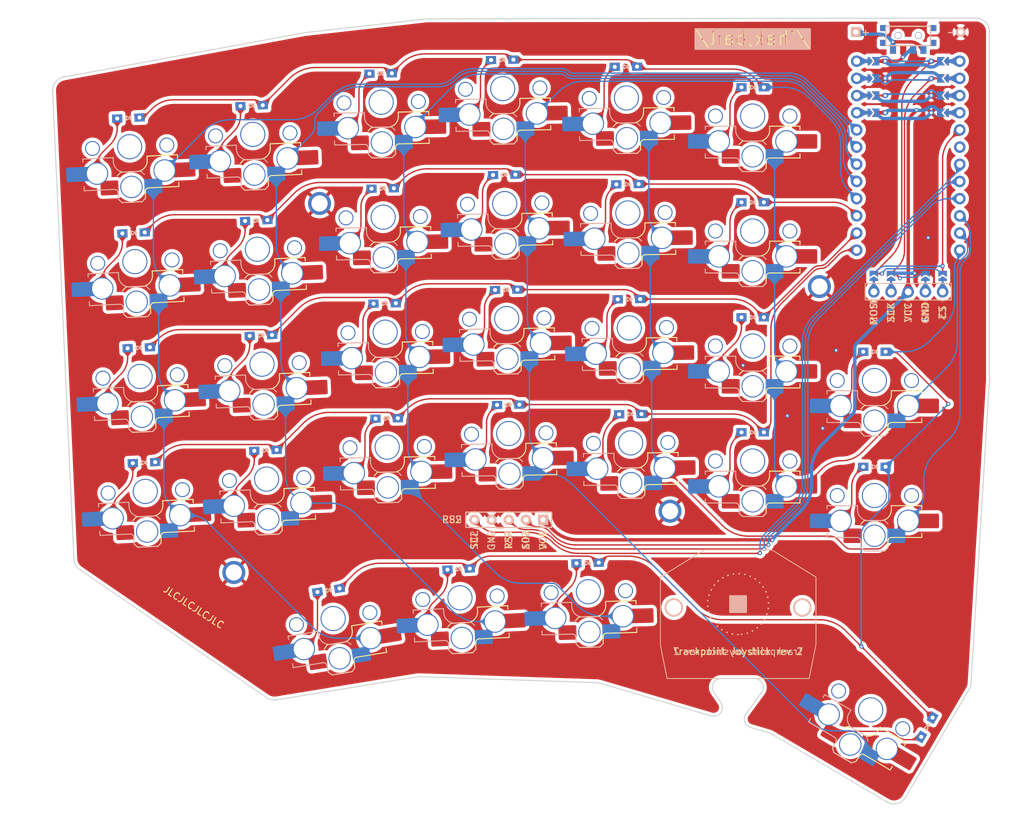
<source format=kicad_pcb>
(kicad_pcb (version 20240108) (generator "pcbnew") (generator_version "8.0")
  (title_block (title "hackbeil") (date "2024-06-19") (rev "v1.0.0") (company "Unknown"))
  (layers (0 "F.Cu" signal) (31 "B.Cu" signal) (34 "B.Paste" user) (35 "F.Paste" user) (36 "B.SilkS" user "B.Silkscreen") (37 "F.SilkS" user "F.Silkscreen") (38 "B.Mask" user) (39 "F.Mask" user) (44 "Edge.Cuts" user))
  (net 0 "")
  (net 1 "COL0")
  (net 2 "outer_bottom")
  (net 3 "GND")
  (net 4 "outer_home")
  (net 5 "outer_top")
  (net 6 "outer_number")
  (net 7 "COL1")
  (net 8 "pinky_bottom")
  (net 9 "pinky_home")
  (net 10 "pinky_top")
  (net 11 "pinky_number")
  (net 12 "COL2")
  (net 13 "ring_bottom")
  (net 14 "ring_home")
  (net 15 "ring_top")
  (net 16 "ring_number")
  (net 17 "COL3")
  (net 18 "middle_bottom")
  (net 19 "middle_home")
  (net 20 "middle_top")
  (net 21 "middle_number")
  (net 22 "COL4")
  (net 23 "index_bottom")
  (net 24 "index_home")
  (net 25 "index_top")
  (net 26 "index_number")
  (net 27 "COL5")
  (net 28 "inner_bottom")
  (net 29 "inner_home")
  (net 30 "inner_top")
  (net 31 "inner_number")
  (net 32 "innest_bottom")
  (net 33 "innest_home")
  (net 34 "ring_mod")
  (net 35 "middle_mod")
  (net 36 "index_mod")
  (net 37 "innest_mod")
  (net 38 "ROW3")
  (net 39 "ROW2")
  (net 40 "ROW1")
  (net 41 "ROW0")
  (net 42 "ROW4")
  (net 43 "RAW")
  (net 44 "RST")
  (net 45 "VCC")
  (net 46 "NV_MOSI")
  (net 47 "NV_SCK")
  (net 48 "NV_CS")
  (net 49 "TP_SCL")
  (net 50 "TP_RST")
  (net 51 "TP_SDA")
  (net 52 "MCU1_24")
  (net 53 "MCU1_1")
  (net 54 "MCU1_23")
  (net 55 "MCU1_2")
  (net 56 "MCU1_22")
  (net 57 "MCU1_3")
  (net 58 "MCU1_21")
  (net 59 "MCU1_4")
  (net 60 "switch_from")
  (net 61 "DISP1_0")
  (net 62 "DISP1_1")
  (net 63 "DISP1_3")
  (net 64 "DISP1_4")
  (footprint "E73:SPDT_C128955" (layer "F.Cu") (at 242.789682 62.60628 2.220446049e-16)
    (property "Reference" "T1" (hide yes))
    (property "Value" "" (hide yes))
  )
  (footprint "lib:smd_diode" (layer "F.Cu") (at 165.390216 102.218582 -179)
    (property "Reference" "D10" (hide yes))
    (property "Value" "" (hide yes))
  )
  (footprint "lib:smd_diode" (layer "F.Cu") (at 201.05 67.225 -179.3)
    (property "Reference" "D20" (hide yes))
    (property "Value" "" (hide yes))
  )
  (footprint "lib:trackpoint_header" (layer "F.Cu") (at 183.728669 134.201461 -90)
    (property "Reference" "")
    (property "Value" "")
  )
  (footprint "lib:smd_diode" (layer "F.Cu") (at 183.061114 83.207287 -179)
    (property "Reference" "D15" (hide yes))
    (property "Value" "" (hide yes))
  )
  (footprint "lib:smd_diode" (layer "F.Cu") (at 245.543219 164.87448 -120.5)
    (property "Reference" "D30" (hide yes))
    (property "Value" "" (hide yes))
  )
  (footprint "ceoloide:mounting_hole_npth" (layer "F.Cu") (at 229.659687 99.721852 2.3)
    (property "Reference" "MH4" (hide yes))
    (property "Value" "")
  )
  (footprint "lib:smd_diode" (layer "F.Cu") (at 165.686907 119.215993 -179)
    (property "Reference" "D9" (hide yes))
    (property "Value" "" (hide yes))
  )
  (footprint "ceoloide:mounting_hole_npth" (layer "F.Cu") (at 143.08625 141.990251 2.3)
    (property "Reference" "MH1" (hide yes))
    (property "Value" "")
  )
  (footprint "ceoloide:mcu_nice_nano" (layer "F.Cu") (at 242.789682 79.10628 2.220446049e-16)
    (property "Reference" "MCU1" (hide yes))
    (property "Value" "")
  )
  (footprint "lib:smd_diode" (layer "F.Cu") (at 145.718826 72.979005 -177.7)
    (property "Reference" "D8" (hide yes))
    (property "Value" "" (hide yes))
  )
  (footprint "lib:smd_diode" (layer "F.Cu") (at 129.036037 108.771875 -177.4)
    (property "Reference" "D2" (hide yes))
    (property "Value" "" (hide yes))
  )
  (footprint "lib:smd_diode" (layer "F.Cu") (at 237.789682 109.366937 180)
    (property "Reference" "D26" (hide yes))
    (property "Value" "" (hide yes))
  )
  (footprint "lib:smd_diode" (layer "F.Cu") (at 164.796834 68.223761 -179)
    (property "Reference" "D12" (hide yes))
    (property "Value" "" (hide yes))
  )
  (footprint "lib:smd_diode" (layer "F.Cu") (at 147.765547 123.937919 -177.7)
    (property "Reference" "D5" (hide yes))
    (property "Value" "" (hide yes))
  )
  (footprint "lib:smd_diode" (layer "F.Cu") (at 201.288296 84.589914 -179.3)
    (property "Reference" "D19" (hide yes))
    (property "Value" "" (hide yes))
  )
  (footprint "lib:smd_diode" (layer "F.Cu") (at 127.493695 74.806876 -177.4)
    (property "Reference" "D4" (hide yes))
    (property "Value" "" (hide yes))
  )
  (footprint "lib:smd_diode" (layer "F.Cu") (at 219.789682 87.266937 180)
    (property "Reference" "D23" (hide yes))
    (property "Value" "" (hide yes))
  )
  (footprint "lib:smd_diode" (layer "F.Cu") (at 201.495985 101.588645 -179.3)
    (property "Reference" "D18" (hide yes))
    (property "Value" "" (hide yes))
  )
  (footprint "lib:smd_diode" (layer "F.Cu") (at 183.357805 100.204698 -179)
    (property "Reference" "D14" (hide yes))
    (property "Value" "" (hide yes))
  )
  (footprint "lib:smd_diode" (layer "F.Cu") (at 182.764423 66.209876 -179)
    (property "Reference" "D16" (hide yes))
    (property "Value" "" (hide yes))
  )
  (footprint "lib:smd_diode" (layer "F.Cu") (at 128.264866 91.789376 -177.4)
    (property "Reference" "D3" (hide yes))
    (property "Value" "" (hide yes))
  )
  (footprint "ceoloide:display_nice_view" (layer "F.Cu") (at 242.789682 83.80628 2.220446049e-16)
    (property "Reference" "DISP1" (hide yes))
    (property "Value" "")
  )
  (footprint "ceoloide:mounting_hole_npth" (layer "F.Cu") (at 207.574795 132.934915 2.3)
    (property "Reference" "MH3" (hide yes))
    (property "Value" "")
  )
  (footprint "lib:niceview_headers" (layer "F.Cu") (at 242.789682 62.10628 -90)
    (property "Reference" "")
    (property "Value" "")
  )
  (footprint "lib:smd_diode" (layer "F.Cu") (at 219.789682 121.266937 180)
    (property "Reference" "D21" (hide yes))
    (property "Value" "" (hide yes))
  )
  (footprint "lib:smd_diode" (layer "F.Cu") (at 237.789682 126.366937 180)
    (property "Reference" "D25" (hide yes))
    (property "Value" "" (hide yes))
  )
  (footprint "lib:smd_diode" (layer "F.Cu") (at 129.807207 125.754375 -177.4)
    (property "Reference" "D1" (hide yes))
    (property "Value" "" (hide yes))
  )
  (footprint "lib:smd_diode" (layer "F.Cu") (at 219.789682 104.266937 180)
    (property "Reference" "D22" (hide yes))
    (property "Value" "" (hide yes))
  )
  (footprint "lib:smd_diode" (layer "F.Cu") (at 146.401066 89.96531 -177.7)
    (property "Reference" "D7" (hide yes))
    (property "Value" "" (hide yes))
  )
  (footprint "lib:smd_diode" (layer "F.Cu") (at 195.389539 140.592353 -178.5)
    (property "Reference" "D29" (hide yes))
    (property "Value" "" (hide yes))
  )
  (footprint "lib:smd_diode" (layer "F.Cu") (at 165.093525 85.221172 -179)
    (property "Reference" "D11" (hide yes))
    (property "Value" "" (hide yes))
  )
  (footprint "lib:text" (layer "F.Cu") (at 137.151841 147.142939 56.95)
    (property "Reference" "")
    (property "Value" "")
  )
  (footprint "lib:smd_diode" (layer "F.Cu") (at 183.654496 117.202109 -179)
    (property "Reference" "D13" (hide yes))
    (property "Value" "" (hide yes))
  )
  (footprint "lib:smd_diode" (layer "F.Cu") (at 201.703674 118.587376 -179.3)
    (property "Reference" "D17" (hide yes))
    (property "Value" "" (hide yes))
  )
  (footprint "lib:trackpoint_joystick" (layer "F.Cu") (at 217.638361 146.670207)
    (property "Reference" "")
    (property "Value" "")
  )
  (footprint "lib:smd_diode" (layer "F.Cu") (at 219.789682 70.266937 180)
    (property "Reference" "D24" (hide yes))
    (property "Value" "" (hide yes))
  )
  (footprint "lib:smd_diode" (layer "F.Cu") (at 157.084808 144.612255 -170.7)
    (property "Reference" "D27" (hide yes))
    (property "Value" "" (hide yes))
  )
  (footprint "lib:smd_diode" (layer "F.Cu") (at 176.321681 141.490637 -177.3)
    (property "Reference" "D28" (hide yes))
    (property "Value" "" (hide yes))
  )
  (footprint "lib:text" (layer "F.Cu") (at 219.789682 63.016937 90)
    (property "Reference" "")
    (property "Value" "")
  )
  (footprint "lib:smd_diode" (layer "F.Cu") (at 147.083307 106.951615 -177.7)
    (property "Reference" "D6" (hide yes))
    (property "Value" "" (hide yes))
  )
  (footprint "ceoloide:mounting_hole_npth" (layer "F.Cu") (at 155.75717 87.437797 2.3)
    (property "Reference" "MH2" (hide yes))
    (property "Value" "")
  )
  (footprint "ceoloide:switch_choc_v1_v2" (layer "B.Cu") (at 183.431978 104.454051 -179)
    (property "Reference" "S14" (hide yes))
    (property "Value" "")
  )
  (footprint "ceoloide:switch_choc_v1_v2" (layer "B.Cu") (at 165.464388 106.467935 -179)
    (property "Reference" "S10" (hide yes))
    (property "Value" "")
  )
  (footprint "ceoloide:switch_choc_v1_v2" (layer "B.Cu") (at 145.889386 77.225581 -177.7)
    (property "Reference" "S8" (hide yes))
    (property "Value" "")
  )
  (footprint "ceoloide:switch_choc_v1_v2" (layer "B.Cu") (at 183.135287 87.45664 -179)
    (property "Reference" "S15" (hide yes))
    (property "Value" "")
  )
  (footprint "ceoloide:switch_choc_v1_v2" (layer "B.Cu") (at 195.500791 144.840897 -178.5)
    (property "Reference" "S29" (hide yes))
    (property "Value" "")
  )
  (footprint "ceoloide:switch_choc_v1_v2" (layer "B.Cu") (at 201.340218 88.839597 -179.3)
    (property "Reference" "S19" (hide yes))
    (property "Value" "")
  )
  (footprint "ceoloide:switch_choc_v1_v2" (layer "B.Cu") (at 165.167697 89.470524 -179)
    (property "Reference" "S11" (hide yes))
    (property "Value" "")
  )
  (footprint "ceoloide:switch_choc_v1_v2" (layer "B.Cu") (at 157.771625 148.806392 -170.7)
    (property "Reference" "S27" (hide yes))
    (property "Value" "")
  )
  (footprint "ceoloide:switch_choc_v1_v2" (layer "B.Cu") (at 182.838596 70.459229 -179)
    (property "Reference" "S16" (hide yes))
    (property "Value" "")
  )
  (footprint "ceoloide:switch_choc_v1_v2" (layer "B.Cu") (at 201.547907 105.838328 -179.3)
    (property "Reference" "S18" (hide yes))
    (property "Value" "")
  )
  (footprint "ceoloide:switch_choc_v1_v2" (layer "B.Cu") (at 219.789682 91.516937 180)
    (property "Reference" "S23" (hide yes))
    (property "Value" "")
  )
  (footprint "ceoloide:switch_choc_v1_v2" (layer "B.Cu") (at 237.789682 113.616937 180)
    (property "Reference" "S26" (hide yes))
    (property "Value" "")
  )
  (footprint "ceoloide:switch_choc_v1_v2" (layer "B.Cu") (at 129.228829 113.0175 -177.4)
    (property "Reference" "S2" (hide yes))
    (property "Value" "")
  )
  (footprint "ceoloide:switch_choc_v1_v2" (layer "B.Cu") (at 130 130 -177.4)
    (property "Reference" "S1" (hide yes))
    (property "Value" "")
  )
  (footprint "ceoloide:switch_choc_v1_v2" (layer "B.Cu") (at 147.936107 128.184496 -177.7)
    (property "Reference" "S5" (hide yes))
    (property "Value" "")
  )
  (footprint "ceoloide:switch_choc_v1_v2" (layer "B.Cu") (at 219.789682 74.516937 180)
    (property "Reference" "S24" (hide yes))
    (property "Value" "")
  )
  (footprint "ceoloide:switch_choc_v1_v2" (layer "B.Cu") (at 219.789682 108.516937 180)
    (property "Reference" "S22" (hide yes))
    (property "Value" "")
  )
  (footprint "ceoloide:switch_choc_v1_v2" (layer "B.Cu") (at 237.238759 162.303964 149.5)
    (property "Reference" "S30" (hide yes))
    (property "Value" "")
  )
  (footprint "ceoloide:switch_choc_v1_v2" (layer "B.Cu") (at 219.789682 125.516937 180)
    (property "Reference" "S21" (hide yes))
    (property "Value" "")
  )
  (footprint "ceoloide:switch_choc_v1_v2" (layer "B.Cu") (at 201.132529 71.840865 -179.3)
    (property "Reference" "S20" (hide yes))
    (property "Value" "")
  )
  (footprint "ceoloide:switch_choc_v1_v2" (layer "B.Cu") (at 201.755596 122.837059 -179.3)
    (property "Reference" "S17" (hide yes))
    (property "Value" "")
  )
  (footprint "ceoloide:switch_choc_v1_v2" (layer "B.Cu") (at 237.789682 130.616937 180)
    (property "Reference" "S25" (hide yes))
    (property "Value" "")
  )
  (footprint "ceoloide:switch_choc_v1_v2" (layer "B.Cu") (at 164.871007 72.473113 -179)
    (property "Reference" "S12" (hide yes))
    (property "Value" "")
  )
  (footprint "ceoloide:switch_choc_v1_v2" (layer "B.Cu") (at 176.521883 145.735919 -177.3)
    (property "Reference" "S28" (hide yes))
    (property "Value" "")
  )
  (footprint "ceoloide:switch_choc_v1_v2" (layer "B.Cu") (at 165.761079 123.465346 -179)
    (property "Reference" "S9" (hide yes))
    (property "Value" "")
  )
  (footprint "ceoloide:switch_choc_v1_v2" (layer "B.Cu") (at 146.571626 94.211886 -177.7)
    (property "Reference" "S7" (hide yes))
    (property "Value" "")
  )
  (footprint "ceoloide:switch_choc_v1_v2" (layer "B.Cu") (at 127.686488 79.052501 -177.4)
    (property "Reference" "S4" (hide yes))
    (property "Value" "")
  )
  (footprint "ceoloide:switch_choc_v1_v2" (layer "B.Cu") (at 128.457658 96.035001 -177.4)
    (property "Reference" "S3" (hide yes))
    (property "Value" "")
  )
  (footprint "ceoloide:switch_choc_v1_v2" (layer "B.Cu") (at 183.728669 121.451461 -179)
    (property "Reference" "S13" (hide yes))
    (property "Value" "")
  )
  (footprint "ceoloide:switch_choc_v1_v2" (layer "B.Cu") (at 147.253867 111.198191 -177.7)
    (property "Reference" "S6" (hide yes))
    (property "Value" "")
  )
  (gr_arc (start 219.484595 164.903537) (mid 218.618924 164.072072) (end 218.803216 162.886004) (stroke (width 0.15)) (layer "Edge.Cuts"))
  (gr_arc (start 116.300606 70.804357) (mid 116.300606 70.804357) (end 116.300606 70.804357) (stroke (width 0.15)) (layer "Edge.Cuts"))
  (gr_arc (start 220.068877 157.670207) (mid 221.22888 158.38332) (end 221.116223 159.740315) (stroke (width 0.15)) (layer "Edge.Cuts"))
  (gr_line (start 119.442421 139.992492) (end 116.300606 70.804357) (stroke (width 0.15)) (layer "Edge.Cuts"))
  (gr_arc (start 222.193507 165.698272) (mid 222.425587 165.782225) (end 222.645557 165.894128) (stroke (width 0.15)) (layer "Edge.Cuts"))
  (gr_arc (start 252.074944 158.35999) (mid 251.991375 158.823146) (end 251.801873 159.253941) (stroke (width 0.15)) (layer "Edge.Cuts"))
  (gr_arc (start 254.789682 113.556319) (mid 254.788764 113.616909) (end 254.786011 113.677444) (stroke (width 0.15)) (layer "Edge.Cuts"))
  (gr_arc (start 117.936546 68.746665) (mid 117.936546 68.746665) (end 117.936546 68.746665) (stroke (width 0.15)) (layer "Edge.Cuts"))
  (gr_arc (start 214.05608 159.711721) (mid 213.971915 158.367685) (end 215.123861 157.670207) (stroke (width 0.15)) (layer "Edge.Cuts"))
  (gr_line (start 215.123861 157.670207) (end 220.068877 157.670207) (stroke (width 0.15)) (layer "Edge.Cuts"))
  (gr_arc (start 170.129804 157.422516) (mid 170.324497 157.400362) (end 170.520424 157.397363) (stroke (width 0.15)) (layer "Edge.Cuts"))
  (gr_line (start 153.759408 62.158846) (end 171.547432 60.165088) (stroke (width 0.15)) (layer "Edge.Cuts"))
  (gr_arc (start 215.093595 161.205744) (mid 215.080401 162.707503) (end 213.659847 163.194683) (stroke (width 0.15)) (layer "Edge.Cuts"))
  (gr_arc (start 153.62018 62.179434) (mid 153.689613 62.167915) (end 153.759408 62.158846) (stroke (width 0.15)) (layer "Edge.Cuts"))
  (gr_line (start 215.093595 161.205744) (end 214.05608 159.711721) (stroke (width 0.15)) (layer "Edge.Cuts"))
  (gr_arc (start 120.30984 141.55159) (mid 120.30984 141.55159) (end 120.30984 141.55159) (stroke (width 0.15)) (layer "Edge.Cuts"))
  (gr_arc (start 242.402604 175.210734) (mid 241.180102 176.132003) (end 239.664269 175.918916) (stroke (width 0.15)) (layer "Edge.Cuts"))
  (gr_arc (start 252.786774 60.034816) (mid 254.202874 60.619567) (end 254.789682 62.034814) (stroke (width 0.15)) (layer "Edge.Cuts"))
  (gr_line (start 213.659847 163.194683) (end 197.178603 158.359446) (stroke (width 0.15)) (layer "Edge.Cuts"))
  (gr_line (start 171.767297 60.152644) (end 252.786773 60.034816) (stroke (width 0.15)) (layer "Edge.Cuts"))
  (gr_line (start 222.193507 165.698272) (end 219.484595 164.903537) (stroke (width 0.15)) (layer "Edge.Cuts"))
  (gr_arc (start 120.30984 141.55159) (mid 119.692667 140.874118) (end 119.442421 139.992492) (stroke (width 0.15)) (layer "Edge.Cuts"))
  (gr_line (start 147.951157 160.492464) (end 120.30984 141.55159) (stroke (width 0.15)) (layer "Edge.Cuts"))
  (gr_line (start 117.936546 68.746665) (end 153.62018 62.179434) (stroke (width 0.15)) (layer "Edge.Cuts"))
  (gr_line (start 221.116223 159.740315) (end 218.803216 162.886004) (stroke (width 0.15)) (layer "Edge.Cuts"))
  (gr_arc (start 116.300606 70.804357) (mid 116.733017 69.468979) (end 117.936546 68.746665) (stroke (width 0.15)) (layer "Edge.Cuts"))
  (gr_line (start 254.786011 113.677444) (end 252.074944 158.35999) (stroke (width 0.15)) (layer "Edge.Cuts"))
  (gr_line (start 239.664269 175.918916) (end 222.645557 165.894128) (stroke (width 0.15)) (layer "Edge.Cuts"))
  (gr_line (start 251.801873 159.253941) (end 242.402604 175.210734) (stroke (width 0.15)) (layer "Edge.Cuts"))
  (gr_line (start 254.789682 62.034814) (end 254.789682 113.556319) (stroke (width 0.15)) (layer "Edge.Cuts"))
  (gr_arc (start 239.664269 175.918916) (mid 239.664269 175.918916) (end 239.664269 175.918916) (stroke (width 0.15)) (layer "Edge.Cuts"))
  (gr_arc (start 196.682989 158.279697) (mid 196.933308 158.303958) (end 197.178603 158.359446) (stroke (width 0.15)) (layer "Edge.Cuts"))
  (gr_arc (start 149.404887 160.816351) (mid 148.646751 160.794769) (end 147.951157 160.492464) (stroke (width 0.15)) (layer "Edge.Cuts"))
  (gr_arc (start 171.547432 60.165088) (mid 171.657193 60.155839) (end 171.767297 60.152644) (stroke (width 0.15)) (layer "Edge.Cuts"))
  (gr_line (start 196.682989 158.279697) (end 170.520424 157.397363) (stroke (width 0.15)) (layer "Edge.Cuts"))
  (gr_line (start 170.129804 157.422516) (end 149.404887 160.816351) (stroke (width 0.15)) (layer "Edge.Cuts"))
  (segment (start 139.202567 134.573962) (end 154.733894 150.105289) (width 0.2) (layer "B.Cu") (net 1))
  (segment (start 132.410339 98.342043) (end 133.622622 99.554326) (width 0.2) (layer "B.Cu") (net 1))
  (segment (start 133.952681 132.307042) (end 134.110326 132.464687) (width 0.2) (layer "B.Cu") (net 1))
  (segment (start 157.668722 71.393792) (end 155.606307 73.456207) (width 0.2) (layer "B.Cu") (net 1))
  (segment (start 131.198057 95.415334) (end 131.198057 84.849173) (width 0.2) (layer "B.Cu") (net 1))
  (segment (start 133.18151 115.324542) (end 134.393793 116.536825) (width 0.2) (layer "B.Cu") (net 1))
  (segment (start 132.851452 81.842052) (end 132.851452 81.112278) (width 0.2) (layer "B.Cu") (net 1))
  (segment (start 225.209876 68.166937) (end 193.288495 68.166937) (width 0.2) (layer "B.Cu") (net 1))
  (segment (start 158.58165 151.699082) (end 163.311918 151.699082) (width 0.2) (layer "B.Cu") (net 1))
  (segment (start 133.36748 82.055797) (end 138.779485 76.643792) (width 0.2) (layer "B.Cu") (net 1))
  (segment (start 131.969227 112.397831) (end 131.969227 101.831673) (width 0.2) (layer "B.Cu") (net 1))
  (segment (start 227.873753 69.270351) (end 235.169682 76.56628) (width 0.2) (layer "B.Cu") (net 1))
  (segment (start 191.700648 67.509229) (end 178.554218 67.509229) (width 0.2) (layer "B.Cu") (net 1))
  (segment (start 132.740398 129.380331) (end 132.740398 118.814172) (width 0.2) (layer "B.Cu") (net 1))
  (segment (start 151.758551 75.05) (end 142.627241 75.05) (width 0.2) (layer "B.Cu") (net 1))
  (segment (start 173.023808 69.8) (end 161.516478 69.8) (width 0.2) (layer "B.Cu") (net 1))
  (arc (start 157.668722 71.393792) (mid 159.434087 70.214213) (end 161.516478 69.8) (width 0.2) (layer "B.Cu") (net 1))
  (arc (start 132.740398 129.380331) (mid 133.05546 130.964255) (end 133.952681 132.307042) (width 0.2) (layer "B.Cu") (net 1))
  (arc (start 136.656447 133.519325) (mid 135.278496 133.245233) (end 134.110326 132.464687) (width 0.2) (layer "B.Cu") (net 1))
  (arc (start 131.969227 112.397831) (mid 132.284289 113.981755) (end 133.18151 115.324542) (width 0.2) (layer "B.Cu") (net 1))
  (arc (start 136.656447 133.519325) (mid 138.034397 133.793416) (end 139.202567 134.573962) (width 0.2) (layer "B.Cu") (net 1))
  (arc (start 132.851452 81.842052) (mid 133.038055 82.121324) (end 133.36748 82.055797) (width 0.2) (layer "B.Cu") (net 1))
  (arc (start 192.494572 67.838083) (mid 192.858827 68.08147) (end 193.288495 68.166937) (width 0.2) (layer "B.Cu") (net 1))
  (arc (start 151.758551 75.05) (mid 153.840941 74.635786) (end 155.606307 73.456207) (width 0.2) (layer "B.Cu") (net 1))
  (arc (start 158.58165 151.699082) (mid 156.499259 151.284868) (end 154.733894 150.105289) (width 0.2) (layer "B.Cu") (net 1))
  (arc (start 191.700648 67.509229) (mid 192.130316 67.594695) (end 192.494572 67.838083) (width 0.2) (layer "B.Cu") (net 1))
  (arc (start 178.554218 67.509229) (mid 177.0577 67.806904) (end 175.789013 68.654614) (width 0.2) (layer "B.Cu") (net 1))
  (arc (start 225.209876 68.166937) (mid 226.651556 68.453705) (end 227.873753 69.270351) (width 0.2) (layer "B.Cu") (net 1))
  (arc (start 138.779485 76.643792) (mid 140.54485 75.464213) (end 142.627241 75.05) (width 0.2) (layer "B.Cu") (net 1))
  (arc (start 131.198057 95.415334) (mid 131.513118 96.999257) (end 132.410339 98.342043) (width 0.2) (layer "B.Cu") (net 1))
  (arc (start 173.023808 69.8) (mid 174.520326 69.502323) (end 175.789013 68.654614) (width 0.2) (layer "B.Cu") (net 1))
  (segment (start 125.175258 132.766377) (end 125.175258 133.972955) (width 0.2) (layer "F.Cu") (net 2))
  (segment (start 128.158906 127.202687) (end 128.158906 125.829224) (width 0.2) (layer "F.Cu") (net 2))
  (segment (start 127.18772 129.547336) (end 126.028437 130.706619) (width 0.2) (layer "F.Cu") (net 2))
  (via (at 128.158906 125.829224) (size 0.8) (drill 0.6) (layers "F.Cu" "B.Cu") (net 2))
  (arc (start 127.18772 129.547336) (mid 127.906502 128.471602) (end 128.158906 127.202687) (width 0.2) (layer "F.Cu") (net 2))
  (arc (start 126.028437 130.706619) (mid 125.396991 131.651644) (end 125.175258 132.766377) (width 0.2) (layer "F.Cu") (net 2))
  (segment (start 243.75 97.75) (end 244.074012 97.75) (width 0.5) (layer "F.Cu") (net 3))
  (segment (start 238.014682 68.94628) (end 239.389682 68.94628) (width 0.5) (layer "F.Cu") (net 3))
  (segment (start 244.077383 97.751396) (end 245.329682 97.751396) (width 0.5) (layer "F.Cu") (net 3))
  (segment (start 247.564682 71.48628) (end 246.189682 71.48628) (width 0.5) (layer "F.Cu") (net 3))
  (via (at 245.275 104.75) (size 0.6) (drill 0.3) (layers "F.Cu" "B.Cu") (net 3))
  (via (at 230.15 120.675) (size 0.6) (drill 0.3) (layers "F.Cu" "B.Cu") (net 3))
  (via (at 245.75 92.5) (size 0.6) (drill 0.3) (layers "F.Cu" "B.Cu") (net 3))
  (via (at 218.375 111.375) (size 0.6) (drill 0.3) (layers "F.Cu" "B.Cu") (net 3))
  (via (at 243.75 97.75) (size 0.6) (drill 0.3) (layers "F.Cu" "B.Cu") (net 3))
  (via (at 224.925 118.825) (size 0.6) (drill 0.3) (layers "F.Cu" "B.Cu") (net 3))
  (via (at 232.125 109.15) (size 0.6) (drill 0.3) (layers "F.Cu" "B.Cu") (net 3))
  (arc (start 244.077383 97.751396) (mid 244.076471 97.751214) (end 244.075698 97.750698) (width 0.5) (layer "F.Cu") (net 3))
  (arc (start 244.074012 97.75) (mid 244.074924 97.750181) (end 244.075698 97.750698) (width 0.5) (layer "F.Cu") (net 3))
  (segment (start 241.750408 97.751396) (end 240.249682 97.751396) (width 0.5) (layer "B.Cu") (net 3))
  (segment (start 238.554389 74.565987) (end 238.138317 74.149915) (width 0.5) (layer "B.Cu") (net 3))
  (segment (start 245.764682 74.45128) (end 246.189682 74.02628) (width 0.5) (layer "B.Cu") (net 3))
  (segment (start 238.189529 74.02628) (end 238.364377 74.02628) (width 0.25) (layer "B.Cu") (net 3))
  (segment (start 239.814682 68.52128) (end 239.389682 68.94628) (width 0.5) (layer "B.Cu") (net 3))
  (segment (start 240.840722 68.09628) (end 246.242828 68.09628) (width 0.5) (layer "B.Cu") (net 3))
  (segment (start 243.75 97.75) (end 241.753779 97.75) (width 0.5) (layer "B.Cu") (net 3))
  (segment (start 245.764682 71.91128) (end 246.189682 71.48628) (width 0.5) (layer "B.Cu") (net 3))
  (segment (start 247.389834 68.94628) (end 247.214987 68.94628) (width 0.25) (layer "B.Cu") (net 3))
  (segment (start 238.549638 72.021236) (end 238.138317 71.609915) (width 0.5) (layer "B.Cu") (net 3))
  (segment (start 244.738641 74.87628) (end 239.303502 74.87628) (width 0.5) (layer "B.Cu") (net 3))
  (segment (start 244.738641 72.33628) (end 239.310221 72.33628) (width 0.5) (layer "B.Cu") (net 3))
  (segment (start 247.048334 68.429932) (end 247.441046 68.822644) (width 0.5) (layer "B.Cu") (net 3))
  (segment (start 238.189529 71.48628) (end 238.364377 71.48628) (width 0.25) (layer "B.Cu") (net 3))
  (arc (start 247.389834 68.94628) (mid 247.456745 68.901571) (end 247.441046 68.822644) (width 0.5) (layer "B.Cu") (net 3))
  (arc (start 247.048334 68.429932) (mid 246.678765 68.182994) (end 246.242828 68.09628) (width 0.5) (layer "B.Cu") (net 3))
  (arc (start 239.303502 74.87628) (mid 238.898085 74.795637) (end 238.554389 74.565987) (width 0.5) (layer "B.Cu") (net 3))
  (arc (start 240.840722 68.09628) (mid 240.285433 68.206733) (end 239.814682 68.52128) (width 0.5) (layer "B.Cu") (net 3))
  (arc (start 238.189529 71.48628) (mid 238.122617 71.530988) (end 238.138317 71.609915) (width 0.25) (layer "B.Cu") (net 3))
  (arc (start 238.189529 74.02628) (mid 238.122617 74.070988) (end 238.138317 74.149915) (width 0.25) (layer "B.Cu") (net 3))
  (arc (start 244.738641 72.33628) (mid 245.29393 72.225826) (end 245.764682 71.91128) (width 0.5) (layer "B.Cu") (net 3))
  (arc (start 244.738641 74.87628) (mid 245.29393 74.765826) (end 245.764682 74.45128) (width 0.5) (layer "B.Cu") (net 3))
  (arc (start 241.750408 97.751396) (mid 241.75132 97.751214) (end 241.752094 97.750698) (width 0.5) (layer "B.Cu") (net 3))
  (arc (start 241.753779 97.75) (mid 241.752867 97.750181) (end 241.752094 97.750698) (width 0.5) (layer "B.Cu") (net 3))
  (arc (start 239.310221 72.33628) (mid 238.898596 72.254403) (end 238.549638 72.021236) (width 0.5) (layer "B.Cu") (net 3))
  (segment (start 124.404087 115.823729) (end 124.404087 116.990455) (width 0.2) (layer "F.Cu") (net 4))
  (segment (start 127.387735 108.846724) (end 127.387735 110.260039) (width 0.2) (layer "F.Cu") (net 4))
  (segment (start 125.229086 113.832002) (end 126.38837 112.672719) (width 0.2) (layer "F.Cu") (net 4))
  (via (at 127.387735 108.846724) (size 0.8) (drill 0.6) (layers "F.Cu" "B.Cu") (net 4))
  (arc (start 124.404087 115.823729) (mid 124.618497 114.745814) (end 125.229086 113.832002) (width 0.2) (layer "F.Cu") (net 4))
  (arc (start 127.387735 110.260039) (mid 127.128008 111.565772) (end 126.38837 112.672719) (width 0.2) (layer "F.Cu") (net 4))
  (segment (start 123.632916 98.801378) (end 123.632916 100.007956) (width 0.2) (layer "F.Cu") (net 5))
  (segment (start 125.645379 95.582336) (end 124.486095 96.74162) (width 0.2) (layer "F.Cu") (net 5))
  (segment (start 126.616565 93.237688) (end 126.616565 91.864225) (width 0.2) (layer "F.Cu") (net 5))
  (via (at 126.616564 91.864225) (size 0.8) (drill 0.6) (layers "F.Cu" "B.Cu") (net 5))
  (arc (start 125.645379 95.582336) (mid 126.364161 94.506602) (end 126.616565 93.237688) (width 0.2) (layer "F.Cu") (net 5))
  (arc (start 123.632916 98.801378) (mid 123.854649 97.686645) (end 124.486095 96.74162) (width 0.2) (layer "F.Cu") (net 5))
  (segment (start 122.861746 81.85873) (end 122.861746 83.025456) (width 0.2) (layer "F.Cu") (net 6))
  (segment (start 125.845394 74.881725) (end 125.845394 76.29504) (width 0.2) (layer "F.Cu") (net 6))
  (segment (start 123.686745 79.867003) (end 124.846029 78.70772) (width 0.2) (layer "F.Cu") (net 6))
  (via (at 125.845394 74.881725) (size 0.8) (drill 0.6) (layers "F.Cu" "B.Cu") (net 6))
  (arc (start 123.686745 79.867003) (mid 123.076156 80.780815) (end 122.861746 81.85873) (width 0.2) (layer "F.Cu") (net 6))
  (arc (start 125.845394 76.29504) (mid 125.585667 77.600773) (end 124.846029 78.70772) (width 0.2) (layer "F.Cu") (net 6))
  (segment (start 150.052796 110.737014) (end 150.052796 100.026865) (width 0.2) (layer "B.Cu") (net 7))
  (segment (start 151.226564 113.570742) (end 152.400333 114.744511) (width 0.2) (layer "B.Cu") (net 7))
  (segment (start 234.019682 77.143107) (end 234.019682 76.969123) (width 0.2) (layer "B.Cu") (net 7))
  (segment (start 154.580367 77.227385) (end 151.035852 80.771901) (width 0.2) (layer "B.Cu") (net 7))
  (segment (start 179.245591 149.246224) (end 181.692982 149.246224) (width 0.2) (layer "B.Cu") (net 7))
  (segment (start 234.594682 78.53128) (end 235.169682 79.10628) (width 0.2) (layer "B.Cu") (net 7))
  (segment (start 161.070012 133.324608) (end 175.397835 147.652431) (width 0.2) (layer "B.Cu") (net 7))
  (segment (start 154.742531 131.730816) (end 157.222256 131.730816) (width 0.2) (layer "B.Cu") (net 7))
  (segment (start 155.075022 76.033215) (end 155.075036 75.243821) (width 0.2) (layer "B.Cu") (net 7))
  (segment (start 157.834408 71.793792) (end 155.563427 74.064772) (width 0.2) (layer "B.Cu") (net 7))
  (segment (start 178.719904 67.909229) (end 191.534962 67.909229) (width 0.2) (layer "B.Cu") (net 7))
  (segment (start 149.370556 93.750711) (end 149.370556 83.04056) (width 0.2) (layer "B.Cu") (net 7))
  (segment (start 193.122809 68.566937) (end 225.023302 68.566937) (width 0.2) (layer "B.Cu") (net 7))
  (segment (start 173.189494 70.2) (end 161.682164 70.2) (width 0.2) (layer "B.Cu") (net 7))
  (segment (start 233.321656 75.28394) (end 227.722837 69.685121) (width 0.2) (layer "B.Cu") (net 7))
  (segment (start 150.544324 96.584438) (end 151.718092 97.758206) (width 0.2) (layer "B.Cu") (net 7))
  (segment (start 150.735037 127.723321) (end 150.735037 117.01317) (width 0.2) (layer "B.Cu") (net 7))
  (arc (start 150.544324 96.584438) (mid 149.675608 95.284313) (end 149.370556 93.750711) (width 0.2) (layer "B.Cu") (net 7))
  (arc (start 173.189494 70.2) (mid 174.686012 69.902323) (end 175.954699 69.054614) (width 0.2) (layer "B.Cu") (net 7))
  (arc (start 150.735037 127.723321) (mid 151.040089 129.256923) (end 151.908805 130.557048) (width 0.2) (layer "B.Cu") (net 7))
  (arc (start 225.023302 68.566937) (mid 226.48428 68.857544) (end 227.722837 69.685121) (width 0.2) (layer "B.Cu") (net 7))
  (arc (start 151.908805 130.557048) (mid 153.208929 131.425763) (end 154.742531 131.730816) (width 0.2) (layer "B.Cu") (net 7))
  (arc (start 155.563427 74.064772) (mid 155.201971 74.605724) (end 155.075036 75.243821) (width 0.2) (layer "B.Cu") (net 7))
  (arc (start 155.075022 76.033215) (mid 154.94646 76.679496) (end 154.580367 77.227385) (width 0.2) (layer "B.Cu") (net 7))
  (arc (start 175.397835 147.652431) (mid 177.1632 148.83201) (end 179.245591 149.246224) (width 0.2) (layer "B.Cu") (net 7))
  (arc (start 234.019682 77.143107) (mid 234.169119 77.89438) (end 234.594682 78.53128) (width 0.2) (layer "B.Cu") (net 7))
  (arc (start 178.719904 67.909229) (mid 177.223386 68.206904) (end 175.954699 69.054614) (width 0.2) (layer "B.Cu") (net 7))
  (arc (start 150.052796 110.737014) (mid 150.357848 112.270616) (end 151.226564 113.570742) (width 0.2) (layer "B.Cu") (net 7))
  (arc (start 192.328886 68.238083) (mid 191.96463 67.994695) (end 191.534962 67.909229) (width 0.2) (layer "B.Cu") (net 7))
  (arc (start 157.834408 71.793792) (mid 159.599773 70.614213) (end 161.682164 70.2) (width 0.2) (layer "B.Cu") (net 7))
  (arc (start 161.070012 133.324608) (mid 159.304646 132.145029) (end 157.222256 131.730816) (width 0.2) (layer "B.Cu") (net 7))
  (arc (start 233.321656 75.28394) (mid 233.83827 76.057108) (end 234.019682 76.969123) (width 0.2) (layer "B.Cu") (net 7))
  (arc (start 192.328886 68.238083) (mid 192.693141 68.48147) (end 193.122809 68.566937) (width 0.2) (layer "B.Cu") (net 7))
  (segment (start 146.116876 124.004137) (end 146.116876 125.356459) (width 0.2) (layer "F.Cu") (net 8))
  (segment (start 143.090629 130.933581) (end 143.090629 132.132134) (width 0.2) (layer "F.Cu") (net 8))
  (segment (start 143.938133 128.887524) (end 145.160639 127.665018) (width 0.2) (layer "F.Cu") (net 8))
  (via (at 146.116876 124.004137) (size 0.8) (drill 0.6) (layers "F.Cu" "B.Cu") (net 8))
  (arc (start 146.116876 125.356459) (mid 145.868358 126.605842) (end 145.160639 127.665018) (width 0.2) (layer "F.Cu") (net 8))
  (arc (start 143.090629 130.933581) (mid 143.310888 129.826263) (end 143.938133 128.887524) (width 0.2) (layer "F.Cu") (net 8))
  (segment (start 145.434636 107.017832) (end 145.434636 108.370154) (width 0.2) (layer "F.Cu") (net 9))
  (segment (start 144.478399 110.678713) (end 143.255893 111.901219) (width 0.2) (layer "F.Cu") (net 9))
  (segment (start 142.408389 113.947276) (end 142.408389 115.145829) (width 0.2) (layer "F.Cu") (net 9))
  (via (at 145.434636 107.017832) (size 0.8) (drill 0.6) (layers "F.Cu" "B.Cu") (net 9))
  (arc (start 142.408389 113.947276) (mid 142.628648 112.839958) (end 143.255893 111.901219) (width 0.2) (layer "F.Cu") (net 9))
  (arc (start 144.478399 110.678713) (mid 145.186118 109.619537) (end 145.434636 108.370154) (width 0.2) (layer "F.Cu") (net 9))
  (segment (start 142.551147 95.001071) (end 143.773653 93.778566) (width 0.2) (layer "F.Cu") (net 10))
  (segment (start 141.726148 96.992798) (end 141.726148 98.159524) (width 0.2) (layer "F.Cu") (net 10))
  (segment (start 144.752395 91.415676) (end 144.752395 90.031527) (width 0.2) (layer "F.Cu") (net 10))
  (via (at 144.752395 90.031527) (size 0.8) (drill 0.6) (layers "F.Cu" "B.Cu") (net 10))
  (arc (start 141.726148 96.992798) (mid 141.940558 95.914883) (end 142.551147 95.001071) (width 0.2) (layer "F.Cu") (net 10))
  (arc (start 144.752395 91.415676) (mid 144.498028 92.694462) (end 143.773653 93.778566) (width 0.2) (layer "F.Cu") (net 10))
  (segment (start 144.070155 74.429371) (end 144.070155 73.045222) (width 0.2) (layer "F.Cu") (net 11))
  (segment (start 141.868907 78.014766) (end 143.091413 76.792261) (width 0.2) (layer "F.Cu") (net 11))
  (segment (start 141.043908 80.006493) (end 141.043908 81.173219) (width 0.2) (layer "F.Cu") (net 11))
  (via (at 144.070155 73.045223) (size 0.8) (drill 0.6) (layers "F.Cu" "B.Cu") (net 11))
  (arc (start 144.070155 74.429371) (mid 143.815788 75.708157) (end 143.091413 76.792261) (width 0.2) (layer "F.Cu") (net 11))
  (arc (start 141.043908 80.006493) (mid 141.258318 78.928578) (end 141.868907 78.014766) (width 0.2) (layer "F.Cu") (net 11))
  (segment (start 168.812736 123.691059) (end 168.812736 112.360396) (width 0.2) (layer "B.Cu") (net 12))
  (segment (start 179.519734 68.309229) (end 191.369276 68.309229) (width 0.2) (layer "B.Cu") (net 12))
  (segment (start 190.161108 143.58487) (end 185.590453 143.58487) (width 0.2) (layer "B.Cu") (net 12))
  (segment (start 234.394682 80.87128) (end 235.169682 81.64628) (width 0.2) (layer "B.Cu") (net 12))
  (segment (start 168.219355 89.696238) (end 168.219355 78.365574) (width 0.2) (layer "B.Cu") (net 12))
  (segment (start 169.81925 126.120999) (end 170.825764 127.127513) (width 0.2) (layer "B.Cu") (net 12))
  (segment (start 175.671978 69.903021) (end 170.111044 75.463955) (width 0.2) (layer "B.Cu") (net 12))
  (segment (start 181.742697 141.991077) (end 169.109427 129.357807) (width 0.2) (layer "B.Cu") (net 12))
  (segment (start 197.710395 148.458727) (end 200.597241 148.458727) (width 0.2) (layer "B.Cu") (net 12))
  (segment (start 169.522559 109.123588) (end 170.529073 110.130102) (width 0.2) (layer "B.Cu") (net 12))
  (segment (start 168.516045 106.693648) (end 168.516045 95.362985) (width 0.2) (layer "B.Cu") (net 12))
  (segment (start 169.935692 75.887294) (end 169.935692 75.134308) (width 0.2) (layer "B.Cu") (net 12))
  (segment (start 232.223631 74.751601) (end 227.649649 70.177619) (width 0.2) (layer "B.Cu") (net 12))
  (segment (start 169.225868 92.126177) (end 170.232382 93.132691) (width 0.2) (layer "B.Cu") (net 12))
  (segment (start 233.619682 79.000264) (end 233.619682 78.121966) (width 0.2) (layer "B.Cu") (net 12))
  (segment (start 190.880597 143.882892) (end 193.862639 146.864934) (width 0.2) (layer "B.Cu") (net 12))
  (segment (start 192.957123 68.966937) (end 224.726804 68.966937) (width 0.2) (layer "B.Cu") (net 12))
  (arc (start 169.935692 75.887294) (mid 169.935692 75.887294) (end 169.935692 75.887294) (width 0.2) (layer "B.Cu") (net 12))
  (arc (start 168.516045 106.693648) (mid 168.777629 108.008722) (end 169.522559 109.123588) (width 0.2) (layer "B.Cu") (net 12))
  (arc (start 224.726804 68.966937) (mid 226.308636 69.281583) (end 227.649649 70.177619) (width 0.2) (layer "B.Cu") (net 12))
  (arc (start 190.880597 143.882892) (mid 190.550493 143.662323) (end 190.161108 143.58487) (width 0.2) (layer "B.Cu") (net 12))
  (arc (start 192.1632 68.638083) (mid 191.798944 68.394695) (end 191.369276 68.309229) (width 0.2) (layer "B.Cu") (net 12))
  (arc (start 197.710395 148.458727) (mid 195.628004 148.044513) (end 193.862639 146.864934) (width 0.2) (layer "B.Cu") (net 12))
  (arc (start 232.223631 74.751601) (mid 233.25686 76.297937) (end 233.619682 78.121966) (width 0.2) (layer "B.Cu") (net 12))
  (arc (start 181.742697 141.991077) (mid 183.508062 143.170656) (end 185.590453 143.58487) (width 0.2) (layer "B.Cu") (net 12))
  (arc (start 192.957123 68.966937) (mid 192.527455 68.88147) (end 192.1632 68.638083) (width 0.2) (layer "B.Cu") (net 12))
  (arc (start 169.81925 126.120999) (mid 169.07432 125.006133) (end 168.812736 123.691059) (width 0.2) (layer "B.Cu") (net 12))
  (arc (start 169.935692 75.887294) (mid 169.981264 75.658184) (end 170.111044 75.463955) (width 0.2) (layer "B.Cu") (net 12))
  (arc (start 168.219355 89.696238) (mid 168.480939 91.011311) (end 169.225868 92.126177) (width 0.2) (layer "B.Cu") (net 12))
  (arc (start 175.671978 69.903021) (mid 177.437343 68.723442) (end 179.519734 68.309229) (width 0.2) (layer "B.Cu") (net 12))
  (arc (start 233.619682 79.000264) (mid 233.821097 80.01285) (end 234.394682 80.87128) (width 0.2) (layer "B.Cu") (net 12))
  (segment (start 162.477287 121.907656) (end 162.477287 124.48531) (width 0.2) (layer "F.Cu") (net 13))
  (segment (start 163.257222 120.024725) (end 164.037158 119.24479) (width 0.2) (layer "F.Cu") (net 13))
  (segment (start 161.652287 126.477037) (end 160.827287 127.302037) (width 0.2) (layer "F.Cu") (net 13))
  (via (at 164.037158 119.24479) (size 0.8) (drill 0.6) (layers "F.Cu" "B.Cu") (net 13))
  (arc (start 162.477287 121.907656) (mid 162.679985 120.888621) (end 163.257222 120.024725) (width 0.2) (layer "F.Cu") (net 13))
  (arc (start 161.652287 126.477037) (mid 162.262876 125.563225) (end 162.477287 124.48531) (width 0.2) (layer "F.Cu") (net 13))
  (segment (start 162.960531 103.027313) (end 163.740467 102.247378) (width 0.2) (layer "F.Cu") (net 14))
  (segment (start 162.180596 107.487899) (end 162.180596 104.910244) (width 0.2) (layer "F.Cu") (net 14))
  (segment (start 161.355596 109.479626) (end 160.530596 110.304626) (width 0.2) (layer "F.Cu") (net 14))
  (via (at 163.740467 102.247379) (size 0.8) (drill 0.6) (layers "F.Cu" "B.Cu") (net 14))
  (arc (start 162.180596 107.487899) (mid 161.966185 108.565814) (end 161.355596 109.479626) (width 0.2) (layer "F.Cu") (net 14))
  (arc (start 162.180596 104.910244) (mid 162.383294 103.891209) (end 162.960531 103.027313) (width 0.2) (layer "F.Cu") (net 14))
  (segment (start 163.443776 85.249968) (end 162.66384 86.029903) (width 0.2) (layer "F.Cu") (net 15))
  (segment (start 161.058905 92.482215) (end 160.233905 93.307215) (width 0.2) (layer "F.Cu") (net 15))
  (segment (start 161.883905 90.490488) (end 161.883905 87.912834) (width 0.2) (layer "F.Cu") (net 15))
  (via (at 163.443776 85.249968) (size 0.8) (drill 0.6) (layers "F.Cu" "B.Cu") (net 15))
  (arc (start 161.058905 92.482215) (mid 161.669494 91.568403) (end 161.883905 90.490488) (width 0.2) (layer "F.Cu") (net 15))
  (arc (start 162.66384 86.029903) (mid 162.086603 86.893799) (end 161.883905 87.912834) (width 0.2) (layer "F.Cu") (net 15))
  (segment (start 160.762215 75.484804) (end 159.937215 76.309804) (width 0.2) (layer "F.Cu") (net 16))
  (segment (start 161.587215 70.915421) (end 161.587215 73.493077) (width 0.2) (layer "F.Cu") (net 16))
  (segment (start 163.147085 68.252557) (end 162.36715 69.032492) (width 0.2) (layer "F.Cu") (net 16))
  (via (at 163.147085 68.252557) (size 0.8) (drill 0.6) (layers "F.Cu" "B.Cu") (net 16))
  (arc (start 161.587215 70.915421) (mid 161.789913 69.896387) (end 162.36715 69.032492) (width 0.2) (layer "F.Cu") (net 16))
  (arc (start 161.587215 73.493077) (mid 161.372804 74.570992) (end 160.762215 75.484804) (width 0.2) (layer "F.Cu") (net 16))
  (segment (start 231.803963 165.4) (end 234.08287 165.4) (width 0.2) (layer "B.Cu") (net 17))
  (segment (start 227.44086 70.534517) (end 227.573077 70.666734) (width 0.2) (layer "B.Cu") (net 17))
  (segment (start 187.193458 90.112293) (end 188.199972 91.118807) (width 0.2) (layer "B.Cu") (net 17))
  (segment (start 227.44086 70.534517) (end 227.374752 70.468409) (width 0.2) (layer "B.Cu") (net 17))
  (segment (start 186.483635 104.679764) (end 186.483635 93.349101) (width 0.2) (layer "B.Cu") (net 17))
  (segment (start 228.006343 71.1) (end 229.005092 72.098748) (width 0.2) (layer "B.Cu") (net 17))
  (segment (start 228.006343 71.1) (end 227.573077 70.666734) (width 0.2) (layer "B.Cu") (net 17))
  (segment (start 233.219682 78.567301) (end 233.219682 80.857421) (width 0.2) (layer "B.Cu") (net 17))
  (segment (start 191.063947 70.960729) (end 187.903281 74.121396) (width 0.2) (layer "B.Cu") (net 17))
  (segment (start 234.194682 83.21128) (end 235.169682 84.18628) (width 0.2) (layer "B.Cu") (net 17))
  (segment (start 229.005092 72.098748) (end 231.625889 74.719545) (width 0.2) (layer "B.Cu") (net 17))
  (segment (start 187.78684 124.107114) (end 188.793354 125.113628) (width 0.2) (layer "B.Cu") (net 17))
  (segment (start 186.186944 87.682353) (end 186.186944 76.35169) (width 0.2) (layer "B.Cu") (net 17))
  (segment (start 189.285469 127.343922) (end 187.077017 127.343922) (width 0.2) (layer "B.Cu") (net 17))
  (segment (start 227.956207 163.806207) (end 193.055533 128.905533) (width 0.2) (layer "B.Cu") (net 17))
  (segment (start 237.014892 168.273273) (end 237.014892 169.077619) (width 0.2) (layer "B.Cu") (net 17))
  (segment (start 187.490149 107.109704) (end 188.496663 108.116218) (width 0.2) (layer "B.Cu") (net 17))
  (segment (start 236.446133 166.900168) (end 235.556266 166.010301) (width 0.2) (layer "B.Cu") (net 17))
  (segment (start 194.911703 69.366937) (end 224.715681 69.366937) (width 0.2) (layer "B.Cu") (net 17))
  (segment (start 186.780326 121.677174) (end 186.780326 110.346512) (width 0.2) (layer "B.Cu") (net 17))
  (arc (start 234.194682 83.21128) (mid 233.473076 82.13132) (end 233.219682 80.857421) (width 0.2) (layer "B.Cu") (net 17))
  (arc (start 187.193458 90.112293) (mid 186.448528 88.997427) (end 186.186944 87.682353) (width 0.2) (layer "B.Cu") (net 17))
  (arc (start 191.063947 70.960729) (mid 192.829312 69.78115) (end 194.911703 69.366937) (width 0.2) (layer "B.Cu") (net 17))
  (arc (start 231.803963 165.4) (mid 229.721572 164.985786) (end 227.956207 163.806207) (width 0.2) (layer "B.Cu") (net 17))
  (arc (start 227.374752 70.468409) (mid 226.154715 69.653179) (end 224.715681 69.366937) (width 0.2) (layer "B.Cu") (net 17))
  (arc (start 186.780326 121.677174) (mid 187.04191 122.992248) (end 187.78684 124.107114) (width 0.2) (layer "B.Cu") (net 17))
  (arc (start 189.285469 127.343922) (mid 191.325813 127.749771) (end 193.055533 128.905533) (width 0.2) (layer "B.Cu") (net 17))
  (arc (start 233.219682 78.567301) (mid 232.805468 76.48491) (end 231.625889 74.719545) (width 0.2) (layer "B.Cu") (net 17))
  (arc (start 235.556266 166.010301) (mid 234.880266 165.558612) (end 234.08287 165.4) (width 0.2) (layer "B.Cu") (net 17))
  (arc (start 186.483635 104.679764) (mid 186.745219 105.994838) (end 187.490149 107.109704) (width 0.2) (layer "B.Cu") (net 17))
  (arc (start 236.446133 166.900168) (mid 236.867076 167.530154) (end 237.014892 168.273273) (width 0.2) (layer "B.Cu") (net 17))
  (segment (start 182.004747 117.230905) (end 181.224812 118.01084) (width 0.2) (layer "F.Cu") (net 18))
  (segment (start 179.619877 124.463152) (end 178.794877 125.288152) (width 0.2) (layer "F.Cu") (net 18))
  (segment (start 180.444877 122.471425) (end 180.444877 119.893769) (width 0.2) (layer "F.Cu") (net 18))
  (via (at 182.004747 117.230905) (size 0.8) (drill 0.6) (layers "F.Cu" "B.Cu") (net 18))
  (arc (start 181.224812 118.01084) (mid 180.647575 118.874735) (end 180.444877 119.893769) (width 0.2) (layer "F.Cu") (net 18))
  (arc (start 179.619877 124.463152) (mid 180.230466 123.54934) (end 180.444877 122.471425) (width 0.2) (layer "F.Cu") (net 18))
  (segment (start 179.323186 107.465742) (end 178.498186 108.290742) (width 0.2) (layer "F.Cu") (net 19))
  (segment (start 180.148186 105.474015) (end 180.148186 102.896358) (width 0.2) (layer "F.Cu") (net 19))
  (segment (start 181.708056 100.233494) (end 180.928121 101.013429) (width 0.2) (layer "F.Cu") (net 19))
  (via (at 181.708056 100.233494) (size 0.8) (drill 0.6) (layers "F.Cu" "B.Cu") (net 19))
  (arc (start 180.148186 105.474015) (mid 179.933775 106.55193) (end 179.323186 107.465742) (width 0.2) (layer "F.Cu") (net 19))
  (arc (start 180.148186 102.896358) (mid 180.350884 101.877324) (end 180.928121 101.013429) (width 0.2) (layer "F.Cu") (net 19))
  (segment (start 181.411365 83.236083) (end 180.63143 84.016018) (width 0.2) (layer "F.Cu") (net 20))
  (segment (start 179.851495 85.898947) (end 179.851495 88.476604) (width 0.2) (layer "F.Cu") (net 20))
  (segment (start 179.026495 90.468331) (end 178.201495 91.293331) (width 0.2) (layer "F.Cu") (net 20))
  (via (at 181.411365 83.236083) (size 0.8) (drill 0.6) (layers "F.Cu" "B.Cu") (net 20))
  (arc (start 179.026495 90.468331) (mid 179.637084 89.554519) (end 179.851495 88.476604) (width 0.2) (layer "F.Cu") (net 20))
  (arc (start 180.63143 84.016018) (mid 180.054193 84.879913) (end 179.851495 85.898947) (width 0.2) (layer "F.Cu") (net 20))
  (segment (start 178.729804 73.47092) (end 177.904804 74.29592) (width 0.2) (layer "F.Cu") (net 21))
  (segment (start 179.554804 71.479193) (end 179.554804 68.901536) (width 0.2) (layer "F.Cu") (net 21))
  (segment (start 180.334739 67.018607) (end 181.114674 66.238672) (width 0.2) (layer "F.Cu") (net 21))
  (via (at 181.114675 66.238673) (size 0.8) (drill 0.6) (layers "F.Cu" "B.Cu") (net 21))
  (arc (start 179.554804 71.479193) (mid 179.340393 72.557108) (end 178.729804 73.47092) (width 0.2) (layer "F.Cu") (net 21))
  (arc (start 179.554804 68.901536) (mid 179.757502 67.882502) (end 180.334739 67.018607) (width 0.2) (layer "F.Cu") (net 21))
  (segment (start 219.148988 136.619682) (end 231.227824 136.619682) (width 0.2) (layer "F.Cu") (net 22))
  (segment (start 238.951835 138.204782) (end 242.789682 134.366937) (width 0.2) (layer "F.Cu") (net 22))
  (segment (start 232.363616 137.090144) (end 233.411105 138.137639) (width 0.2) (layer "F.Cu") (net 22))
  (segment (start 238.198226 138.516937) (end 234.326808 138.516937) (width 0.2) (layer "F.Cu") (net 22))
  (segment (start 215.301232 135.025889) (end 206.801037 126.525694) (width 0.2) (layer "F.Cu") (net 22))
  (arc (start 233.411105 138.137639) (mid 233.831233 138.418361) (end 234.326808 138.516937) (width 0.2) (layer "F.Cu") (net 22))
  (arc (start 219.148988 136.619682) (mid 217.066597 136.205468) (end 215.301232 135.025889) (width 0.2) (layer "F.Cu") (net 22))
  (arc (start 238.198226 138.516937) (mid 238.606076 138.435811) (end 238.951835 138.204782) (width 0.2) (layer "F.Cu") (net 22))
  (arc (start 232.363616 137.090144) (mid 231.842511 136.741951) (end 231.227824 136.619682) (width 0.2) (layer "F.Cu") (net 22))
  (segment (start 205.833196 125.557853) (end 206.801037 126.525694) (width 0.2) (layer "B.Cu") (net 22))
  (segment (start 243.939682 133.216937) (end 242.789682 134.366937) (width 0.2) (layer "B.Cu") (net 22))
  (segment (start 251.204841 95.743153) (end 251.595602 95.352394) (width 0.2) (layer "B.Cu") (net 22))
  (segment (start 205.417818 91.560391) (end 206.385659 92.528232) (width 0.2) (layer "B.Cu") (net 22))
  (segment (start 245.089682 128.264281) (end 245.089682 130.440591) (width 0.2) (layer "B.Cu") (net 22))
  (segment (start 251.184682 90.04128) (end 250.409682 89.26628) (width 0.2) (layer "B.Cu") (net 22))
  (segment (start 204.865356 123.221279) (end 204.865356 111.74824) (width 0.2) (layer "B.Cu") (net 22))
  (segment (start 246.683474 124.416524) (end 248.856207 122.243792) (width 0.2) (layer "B.Cu") (net 22))
  (segment (start 204.449978 89.223817) (end 204.449978 77.750777) (width 0.2) (layer "B.Cu") (net 22))
  (segment (start 250.45 118.396036) (end 250.45 97.5655) (width 0.2) (layer "B.Cu") (net 22))
  (segment (start 251.959682 91.912295) (end 251.959682 94.473428) (width 0.2) (layer "B.Cu") (net 22))
  (segment (start 205.625507 108.559122) (end 206.593348 109.526963) (width 0.2) (layer "B.Cu") (net 22))
  (segment (start 204.657667 106.222548) (end 204.657667 94.749509) (width 0.2) (layer "B.Cu") (net 22))
  (arc (start 251.959682 91.912295) (mid 251.758266 90.899709) (end 251.184682 90.04128) (width 0.2) (layer "B.Cu") (net 22))
  (arc (start 245.089682 130.440591) (mid 244.790806 131.943138) (end 243.939682 133.216937) (width 0.2) (layer "B.Cu") (net 22))
  (arc (start 251.204841 95.743153) (mid 250.646176 96.579252) (end 250.45 97.5655) (width 0.2) (layer "B.Cu") (net 22))
  (arc (start 204.865356 123.221279) (mid 205.116889 124.485824) (end 205.833196 125.557853) (width 0.2) (layer "B.Cu") (net 22))
  (arc (start 246.683474 124.416524) (mid 245.503895 126.18189) (end 245.089682 128.264281) (width 0.2) (layer "B.Cu") (net 22))
  (arc (start 248.856207 122.243792) (mid 250.035786 120.478426) (end 250.45 118.396036) (width 0.2) (layer "B.Cu") (net 22))
  (arc (start 204.449978 89.223817) (mid 204.701511 90.488362) (end 205.417818 91.560391) (width 0.2) (layer "B.Cu") (net 22))
  (arc (start 251.595602 95.352394) (mid 251.865061 94.949121) (end 251.959682 94.473428) (width 0.2) (layer "B.Cu") (net 22))
  (arc (start 204.657667 106.222548) (mid 204.9092 107.487093) (end 205.625507 108.559122) (width 0.2) (layer "B.Cu") (net 22))
  (segment (start 198.854901 119.806429) (end 200.053797 118.607534) (width 0.2) (layer "F.Cu") (net 23))
  (segment (start 197.228894 126.220752) (end 196.801783 126.647864) (width 0.2) (layer "F.Cu") (net 23))
  (segment (start 197.656006 125.189614) (end 197.656006 122.700819) (width 0.2) (layer "F.Cu") (net 23))
  (via (at 200.053797 118.607535) (size 0.8) (drill 0.6) (layers "F.Cu" "B.Cu") (net 23))
  (arc (start 198.854901 119.806429) (mid 197.967588 121.134386) (end 197.656006 122.700819) (width 0.2) (layer "F.Cu") (net 23))
  (arc (start 197.656006 125.189614) (mid 197.545003 125.747662) (end 197.228894 126.220752) (width 0.2) (layer "F.Cu") (net 23))
  (segment (start 199.846108 101.608803) (end 199.045101 102.40981) (width 0.2) (layer "F.Cu") (net 24))
  (segment (start 198.244094 104.343611) (end 198.244094 106.832406) (width 0.2) (layer "F.Cu") (net 24))
  (segment (start 197.419094 108.824133) (end 196.594094 109.649133) (width 0.2) (layer "F.Cu") (net 24))
  (via (at 199.846108 101.608803) (size 0.8) (drill 0.6) (layers "F.Cu" "B.Cu") (net 24))
  (arc (start 198.244094 104.343611) (mid 198.452268 103.297045) (end 199.045101 102.40981) (width 0.2) (layer "F.Cu") (net 24))
  (arc (start 197.419094 108.824133) (mid 198.029683 107.910321) (end 198.244094 106.832406) (width 0.2) (layer "F.Cu") (net 24))
  (segment (start 197.211405 91.825402) (end 196.386405 92.650402) (width 0.2) (layer "F.Cu") (net 25))
  (segment (start 199.638419 84.610072) (end 198.837412 85.411079) (width 0.2) (layer "F.Cu") (net 25))
  (segment (start 198.036405 89.833675) (end 198.036405 87.34488) (width 0.2) (layer "F.Cu") (net 25))
  (via (at 199.638419 84.610072) (size 0.8) (drill 0.6) (layers "F.Cu" "B.Cu") (net 25))
  (arc (start 198.036405 89.833675) (mid 197.821994 90.91159) (end 197.211405 91.825402) (width 0.2) (layer "F.Cu") (net 25))
  (arc (start 198.036405 87.34488) (mid 198.244579 86.298314) (end 198.837412 85.411079) (width 0.2) (layer "F.Cu") (net 25))
  (segment (start 199.400123 67.245158) (end 198.614419 68.030861) (width 0.2) (layer "F.Cu") (net 26))
  (segment (start 197.003716 74.82667) (end 196.178716 75.65167) (width 0.2) (layer "F.Cu") (net 26))
  (segment (start 197.828716 69.927717) (end 197.828716 72.834943) (width 0.2) (layer "F.Cu") (net 26))
  (via (at 199.400123 67.245158) (size 0.8) (drill 0.6) (layers "F.Cu" "B.Cu") (net 26))
  (arc (start 197.003716 74.82667) (mid 197.614305 73.912858) (end 197.828716 72.834943) (width 0.2) (layer "F.Cu") (net 26))
  (arc (start 197.828716 69.927717) (mid 198.032913 68.901146) (end 198.614419 68.030861) (width 0.2) (layer "F.Cu") (net 26))
  (segment (start 235.910325 124.246293) (end 242.789682 117.366937) (width 0.2) (layer "F.Cu") (net 27))
  (segment (start 230.016538 126.68758) (end 227.437182 129.266937) (width 0.2) (layer "F.Cu") (net 27))
  (arc (start 230.016538 126.68758) (mid 231.368584 125.784171) (end 232.963432 125.466937) (width 0.2) (layer "F.Cu") (net 27))
  (arc (start 235.910325 124.246293) (mid 234.558279 125.149701) (end 232.963432 125.466937) (width 0.2) (layer "F.Cu") (net 27))
  (segment (start 223.912182 94.389437) (end 224.789682 95.266937) (width 0.2) (layer "B.Cu") (net 27))
  (segment (start 223.034682 109.270964) (end 223.034682 97.466937) (width 0.2) (layer "B.Cu") (net 27))
  (segment (start 223.912182 111.389437) (end 224.789682 112.266937) (width 0.2) (layer "B.Cu") (net 27))
  (segment (start 250.984682 92.38128) (end 250.409682 91.80628) (width 0.2) (layer "B.Cu") (net 27))
  (segment (start 248.456207 111.700411) (end 242.789682 117.366937) (width 0.2) (layer "B.Cu") (net 27))
  (segment (start 223.034682 126.270964) (end 223.034682 114.466937) (width 0.2) (layer "B.Cu") (net 27))
  (segment (start 223.912182 128.389437) (end 224.789682 129.266937) (width 0.2) (layer "B.Cu") (net 27))
  (segment (start 251.559682 94.460223) (end 251.559682 93.769452) (width 0.2) (layer "B.Cu") (net 27))
  (segment (start 223.034682 92.270964) (end 223.034682 80.466937) (width 0.2) (layer "B.Cu") (net 27))
  (segment (start 250.05 97.399814) (end 250.05 107.852655) (width 0.2) (layer "B.Cu") (net 27))
  (segment (start 250.804841 95.577467) (end 251.303431 95.078872) (width 0.2) (layer "B.Cu") (net 27))
  (arc (start 251.559682 94.460223) (mid 251.493085 94.795033) (end 251.303431 95.078872) (width 0.2) (layer "B.Cu") (net 27))
  (arc (start 223.912182 128.389437) (mid 223.262736 127.417473) (end 223.034682 126.270964) (width 0.2) (layer "B.Cu") (net 27))
  (arc (start 223.912182 111.389437) (mid 223.262736 110.417473) (end 223.034682 109.270964) (width 0.2) (layer "B.Cu") (net 27))
  (arc (start 250.05 107.852655) (mid 249.635786 109.935045) (end 248.456207 111.700411) (width 0.2) (layer "B.Cu") (net 27))
  (arc (start 251.559682 93.769452) (mid 251.410244 93.018178) (end 250.984682 92.38128) (width 0.2) (layer "B.Cu") (net 27))
  (arc (start 250.05 97.399814) (mid 250.246176 96.413566) (end 250.804841 95.577467) (width 0.2) (layer "B.Cu") (net 27))
  (arc (start 223.034682 92.270964) (mid 223.262736 93.417473) (end 223.912182 94.389437) (width 0.2) (layer "B.Cu") (net 27))
  (segment (start 215.614682 128.441937) (end 214.789682 129.266937) (width 0.2) (layer "F.Cu") (net 28))
  (segment (start 218.139682 121.266937) (end 217.289682 122.116937) (width 0.2) (layer "F.Cu") (net 28))
  (segment (start 216.439682 126.45021) (end 216.439682 124.169018) (width 0.2) (layer "F.Cu") (net 28))
  (via (at 218.139682 121.266937) (size 0.8) (drill 0.6) (layers "F.Cu" "B.Cu") (net 28))
  (arc (start 217.289682 122.116937) (mid 216.660589 123.058439) (end 216.439682 124.169018) (width 0.2) (layer "F.Cu") (net 28))
  (arc (start 215.614682 128.441937) (mid 216.225271 127.528125) (end 216.439682 126.45021) (width 0.2) (layer "F.Cu") (net 28))
  (segment (start 215.42274 109.843318) (end 217.128717 108.137341) (width 0.2) (layer "F.Cu") (net 29))
  (segment (start 214.789682 111.371657) (end 214.789682 112.266937) (width 0.2) (layer "F.Cu") (net 29))
  (segment (start 218.139682 105.696657) (end 218.139682 104.266937) (width 0.2) (layer "F.Cu") (net 29))
  (via (at 218.139682 104.266937) (size 0.8) (drill 0.6) (layers "F.Cu" "B.Cu") (net 29))
  (arc (start 215.42274 109.843318) (mid 214.954208 110.544526) (end 214.789682 111.371657) (width 0.2) (layer "F.Cu") (net 29))
  (arc (start 217.128717 108.137341) (mid 217.87694 107.017545) (end 218.139682 105.696657) (width 0.2) (layer "F.Cu") (net 29))
  (segment (start 215.614682 94.441937) (end 214.789682 95.266937) (width 0.2) (layer "F.Cu") (net 30))
  (segment (start 217.289682 88.116937) (end 218.139682 87.266937) (width 0.2) (layer "F.Cu") (net 30))
  (segment (start 216.439682 92.45021) (end 216.439682 90.169018) (width 0.2) (layer "F.Cu") (net 30))
  (via (at 218.139682 87.266937) (size 0.8) (drill 0.6) (layers "F.Cu" "B.Cu") (net 30))
  (arc (start 215.614682 94.441937) (mid 216.225271 93.528125) (end 216.439682 92.45021) (width 0.2) (layer "F.Cu") (net 30))
  (arc (start 217.289682 88.116937) (mid 216.660589 89.058439) (end 216.439682 90.169018) (width 0.2) (layer "F.Cu") (net 30))
  (segment (start 215.614682 77.441937) (end 214.789682 78.266937) (width 0.2) (layer "F.Cu") (net 31))
  (segment (start 218.139682 70.266937) (end 217.289682 71.116937) (width 0.2) (layer "F.Cu") (net 31))
  (segment (start 216.439682 73.169018) (end 216.439682 75.45021) (width 0.2) (layer "F.Cu") (net 31))
  (via (at 218.139682 70.266937) (size 0.8) (drill 0.6) (layers "F.Cu" "B.Cu") (net 31))
  (arc (start 217.289682 71.116937) (mid 216.660589 72.058439) (end 216.439682 73.169018) (width 0.2) (layer "F.Cu") (net 31))
  (arc (start 215.614682 77.441937) (mid 216.225271 76.528125) (end 216.439682 75.45021) (width 0.2) (layer "F.Cu") (net 31))
  (segment (start 233.614682 133.541937) (end 232.789682 134.366937) (width 0.2) (layer "F.Cu") (net 32))
  (segment (start 235.289682 127.216937) (end 236.139682 126.366937) (width 0.2) (layer "F.Cu") (net 32))
  (segment (start 234.439682 131.55021) (end 234.439682 129.269018) (width 0.2) (layer "F.Cu") (net 32))
  (via (at 236.139682 126.366937) (size 0.8) (drill 0.6) (layers "F.Cu" "B.Cu") (net 32))
  (arc (start 234.439682 131.55021) (mid 234.225271 132.628125) (end 233.614682 133.541937) (width 0.2) (layer "F.Cu") (net 32))
  (arc (start 234.439682 129.269018) (mid 234.660589 128.158439) (end 235.289682 127.216937) (width 0.2) (layer "F.Cu") (net 32))
  (segment (start 234.439682 112.269018) (end 234.439682 114.55021) (width 0.2) (layer "F.Cu") (net 33))
  (segment (start 236.139682 109.366937) (end 235.289682 110.216937) (width 0.2) (layer "F.Cu") (net 33))
  (segment (start 233.614682 116.541937) (end 232.789682 117.366937) (width 0.2) (layer "F.Cu") (net 33))
  (via (at 236.139682 109.366937) (size 0.8) (drill 0.6) (layers "F.Cu" "B.Cu") (net 33))
  (arc (start 234.439682 112.269018) (mid 234.660589 111.158439) (end 235.289682 110.216937) (width 0.2) (layer "F.Cu") (net 33))
  (arc (start 233.614682 116.541937) (mid 234.225271 115.628125) (end 234.439682 114.55021) (width 0.2) (layer "F.Cu") (net 33))
  (segment (start 155.456496 144.878901) (end 155.456496 149.878483) (width 0.2) (layer "F.Cu") (net 34))
  (segment (start 154.449928 152.308552) (end 153.443361 153.31512) (width 0.2) (layer "F.Cu") (net 34))
  (via (at 155.456496 144.878901) (size 0.8) (drill 0.6) (layers "F.Cu" "B.Cu") (net 34))
  (arc (start 154.449928 152.308552) (mid 155.194897 151.193627) (end 155.456496 149.878483) (width 0.2) (layer "F.Cu") (net 34))
  (segment (start 171.704083 148.508048) (end 171.704083 149.717288) (width 0.2) (layer "F.Cu") (net 35))
  (segment (start 174.673513 142.948871) (end 174.673513 141.568363) (width 0.2) (layer "F.Cu") (net 35))
  (segment (start 173.697346 145.305545) (end 172.559144 146.443747) (width 0.2) (layer "F.Cu") (net 35))
  (via (at 174.673512 141.568363) (size 0.8) (drill 0.6) (layers "F.Cu" "B.Cu") (net 35))
  (arc (start 173.697346 145.305545) (mid 174.419815 144.224293) (end 174.673513 142.948871) (width 0.2) (layer "F.Cu") (net 35))
  (arc (start 171.704083 148.508048) (mid 171.926306 147.390856) (end 172.559144 146.443747) (width 0.2) (layer "F.Cu") (net 35))
  (segment (start 190.600668 147.553771) (end 190.600668 148.720497) (width 0.2) (layer "F.Cu") (net 36))
  (segment (start 191.425667 145.562044) (end 192.816599 144.171113) (width 0.2) (layer "F.Cu") (net 36))
  (segment (start 193.740104 141.941577) (end 193.740104 140.635545) (width 0.2) (layer "F.Cu") (net 36))
  (via (at 193.740104 140.635545) (size 0.8) (drill 0.6) (layers "F.Cu" "B.Cu") (net 36))
  (arc (start 191.425667 145.562044) (mid 190.815078 146.475856) (end 190.600668 147.553771) (width 0.2) (layer "F.Cu") (net 36))
  (arc (start 192.816599 144.171113) (mid 193.500092 143.148193) (end 193.740104 141.941577) (width 0.2) (layer "F.Cu") (net 36))
  (segment (start 231.574438 165.632177) (end 231.422919 165.783696) (width 0.2) (layer "F.Cu") (net 37))
  (segment (start 243.999326 166.71) (end 242.481671 166.71) (width 0.2) (layer "F.Cu") (net 37))
  (segment (start 244.70578 166.296169) (end 244.498864 166.503084) (width 0.2) (layer "F.Cu") (net 37))
  (segment (start 231.940237 165.480658) (end 239.513776 165.480658) (width 0.2) (layer "F.Cu") (net 37))
  (via (at 244.70578 166.296169) (size 0.8) (drill 0.6) (layers "F.Cu" "B.Cu") (net 37))
  (arc (start 243.999326 166.71) (mid 244.269674 166.656224) (end 244.498864 166.503084) (width 0.2) (layer "F.Cu") (net 37))
  (arc (start 240.997724 166.095329) (mid 240.316883 165.640405) (end 239.513776 165.480658) (width 0.2) (layer "F.Cu") (net 37))
  (arc (start 240.997724 166.095329) (mid 241.678564 166.550252) (end 242.481671 166.71) (width 0.2) (layer "F.Cu") (net 37))
  (arc (start 231.574438 165.632177) (mid 231.742268 165.520036) (end 231.940237 165.480658) (width 0.2) (layer "F.Cu") (net 37))
  (segment (start 167.336656 119.187197) (end 166.908953 118.759494) (width 0.2) (layer "F.Cu") (net 38))
  (segment (start 153.360336 119.925583) (end 149.414218 123.871702) (width 0.2) (layer "F.Cu") (net 38))
  (segment (start 185.304245 117.173313) (end 184.876542 116.74561) (width 0.2) (layer "F.Cu") (net 38))
  (segment (start 132.75801 124.377023) (end 131.455508 125.679526) (width 0.2) (layer "F.Cu") (net 38))
  (segment (start 222.489682 106.036586) (end 222.489682 119.474474) (width 0.2) (layer "F.Cu") (net 38))
  (segment (start 135.902529 123.074521) (end 148.053344 123.074521) (width 0.2) (layer "F.Cu") (net 38))
  (segment (start 221.964682 120.741937) (end 221.439682 121.266937) (width 0.2) (layer "F.Cu") (net 38))
  (segment (start 185.304245 117.173313) (end 200.974006 117.173313) (width 0.2) (layer "F.Cu") (net 38))
  (segment (start 203.353551 118.567218) (end 216.830973 118.567218) (width 0.2) (layer "F.Cu") (net 38))
  (segment (start 149.015627 123.473111) (end 149.414218 123.871702) (width 0.2) (layer "F.Cu") (net 38))
  (segment (start 203.353551 118.567218) (end 202.656598 117.870265) (width 0.2) (layer "F.Cu") (net 38))
  (segment (start 172.23484 116.317907) (end 183.843975 116.317907) (width 0.2) (layer "F.Cu") (net 38))
  (segment (start 157.208092 118.331791) (end 165.876386 118.331791) (width 0.2) (layer "F.Cu") (net 38))
  (segment (start 220.089822 119.917077) (end 221.439682 121.266937) (width 0.2) (layer "F.Cu") (net 38))
  (segment (start 232.497342 95.044305) (end 230.948491 96.593156) (width 0.2) (layer "F.Cu") (net 38))
  (segment (start 228.781587 97.490717) (end 224.083474 102.18883) (width 0.2) (layer "F.Cu") (net 38))
  (segment (start 234.182525 94.34628) (end 235.169682 94.34628) (width 0.2) (layer "F.Cu") (net 38))
  (segment (start 167.336656 119.187197) (end 168.771301 117.752552) (width 0.2) (layer "F.Cu") (net 38))
  (via (at 167.336655 119.187197) (size 0.8) (drill 0.6) (layers "F.Cu" "B.Cu") (net 38))
  (via (at 149.414218 123.871702) (size 0.8) (drill 0.6) (layers "F.Cu" "B.Cu") (net 38))
  (via (at 185.304245 117.173312) (size 0.8) (drill 0.6) (layers "F.Cu" "B.Cu") (net 38))
  (via (at 221.439682 121.266937) (size 0.8) (drill 0.6) (layers "F.Cu" "B.Cu") (net 38))
  (via (at 131.455509 125.679526) (size 0.8) (drill 0.6) (layers "F.Cu" "B.Cu") (net 38))
  (via (at 203.353551 118.567218) (size 0.8) (drill 0.6) (layers "F.Cu" "B.Cu") (net 38))
  (arc (start 222.489682 106.036586) (mid 222.903895 103.954195) (end 224.083474 102.18883) (width 0.2) (layer "F.Cu") (net 38))
  (arc (start 166.908953 118.759494) (mid 166.435207 118.442947) (end 165.876386 118.331791) (width 0.2) (layer "F.Cu") (net 38))
  (arc (start 153.360336 119.925583) (mid 155.125701 118.746004) (end 157.208092 118.331791) (width 0.2) (layer "F.Cu") (net 38))
  (arc (start 230.948491 96.593156) (mid 230.451399 96.925302) (end 229.865039 97.041937) (width 0.2) (layer "F.Cu") (net 38))
  (arc (start 216.830973 118.567218) (mid 218.594649 118.918034) (end 220.089822 119.917077) (width 0.2) (layer "F.Cu") (net 38))
  (arc (start 148.053344 123.074521) (mid 148.574128 123.178111) (end 149.015627 123.473111) (width 0.2) (layer "F.Cu") (net 38))
  (arc (start 228.781587 97.490717) (mid 229.278679 97.158571) (end 229.865039 97.041937) (width 0.2) (layer "F.Cu") (net 38))
  (arc (start 202.656598 117.870265) (mid 201.884618 117.354444) (end 200.974006 117.173313) (width 0.2) (layer "F.Cu") (net 38))
  (arc (start 184.876542 116.74561) (mid 184.402796 116.429063) (end 183.843975 116.317907) (width 0.2) (layer "F.Cu") (net 38))
  (arc (start 221.964682 120.741937) (mid 222.353238 120.16042) (end 222.489682 119.474474) (width 0.2) (layer "F.Cu") (net 38))
  (arc (start 232.497342 95.044305) (mid 233.27051 94.52769) (end 234.182525 94.34628) (width 0.2) (layer "F.Cu") (net 38))
  (arc (start 168.771301 117.752552) (mid 170.360386 116.690759) (end 172.23484 116.317907) (width 0.2) (layer "F.Cu") (net 38))
  (arc (start 135.902529 123.074521) (mid 134.200727 123.41303) (end 132.75801 124.377023) (width 0.2) (layer "F.Cu") (net 38))
  (segment (start 166.612262 101.762083) (end 167.039965 102.189786) (width 0.2) (layer "F.Cu") (net 39))
  (segment (start 167.039965 102.189786) (end 168.47461 100.755141) (width 0.2) (layer "F.Cu") (net 39))
  (segment (start 185.007554 100.175902) (end 200.76857 100.175902) (width 0.2) (layer "F.Cu") (net 39))
  (segment (start 148.731978 106.885398) (end 148.333387 106.486807) (width 0.2) (layer "F.Cu") (net 39))
  (segment (start 171.938149 99.320496) (end 183.547284 99.320496) (width 0.2) (layer "F.Cu") (net 39))
  (segment (start 165.579695 101.33438) (end 156.536959 101.33438) (width 0.2) (layer "F.Cu") (net 39))
  (segment (start 148.731978 106.885398) (end 152.689203 102.928172) (width 0.2) (layer "F.Cu") (net 39))
  (segment (start 216.833139 101.568487) (end 203.145862 101.568487) (width 0.2) (layer "F.Cu") (net 39))
  (segment (start 135.137855 106.088217) (end 147.371104 106.088217) (width 0.2) (layer "F.Cu") (net 39))
  (segment (start 221.439682 104.266937) (end 220.090457 102.917712) (width 0.2) (layer "F.Cu") (net 39))
  (segment (start 185.007554 100.175902) (end 184.579851 99.748199) (width 0.2) (layer "F.Cu") (net 39))
  (segment (start 202.449569 100.872194) (end 203.145862 101.568487) (width 0.2) (layer "F.Cu") (net 39))
  (segment (start 228.615901 97.090717) (end 221.439682 104.266937) (width 0.2) (layer "F.Cu") (net 39))
  (segment (start 230.782805 96.193156) (end 235.169682 91.80628) (width 0.2) (layer "F.Cu") (net 39))
  (segment (start 130.684338 108.697027) (end 131.988743 107.392622) (width 0.2) (layer "F.Cu") (net 39))
  (via (at 130.684338 108.697027) (size 0.8) (drill 0.6) (layers "F.Cu" "B.Cu") (net 39))
  (via (at 185.007554 100.175901) (size 0.8) (drill 0.6) (layers "F.Cu" "B.Cu") (net 39))
  (via (at 203.145862 101.568487) (size 0.8) (drill 0.6) (layers "F.Cu" "B.Cu") (net 39))
  (via (at 167.039964 102.189786) (size 0.8) (drill 0.6) (layers "F.Cu" "B.Cu") (net 39))
  (via (at 148.731978 106.885397) (size 0.8) (drill 0.6) (layers "F.Cu" "B.Cu") (net 39))
  (via (at 221.439682 104.266937) (size 0.8) (drill 0.6) (layers "F.Cu" "B.Cu") (net 39))
  (arc (start 147.371104 106.088217) (mid 147.891888 106.191807) (end 148.333387 106.486807) (width 0.2) (layer "F.Cu") (net 39))
  (arc (start 202.449569 100.872194) (mid 201.67832 100.356862) (end 200.76857 100.175902) (width 0.2) (layer "F.Cu") (net 39))
  (arc (start 135.137855 106.088217) (mid 133.433567 106.42722) (end 131.988743 107.392622) (width 0.2) (layer "F.Cu") (net 39))
  (arc (start 230.782805 96.193156) (mid 230.285713 96.525302) (end 229.699353 96.641937) (width 0.2) (layer "F.Cu") (net 39))
  (arc (start 152.689203 102.928172) (mid 154.454568 101.748593) (end 156.536959 101.33438) (width 0.2) (layer "F.Cu") (net 39))
  (arc (start 216.833139 101.568487) (mid 218.595986 101.919139) (end 220.090457 102.917712) (width 0.2) (layer "F.Cu") (net 39))
  (arc (start 171.938149 99.320496) (mid 170.063695 99.693348) (end 168.47461 100.755141) (width 0.2) (layer "F.Cu") (net 39))
  (arc (start 228.615901 97.090717) (mid 229.112993 96.758571) (end 229.699353 96.641937) (width 0.2) (layer "F.Cu") (net 39))
  (arc (start 166.612262 101.762083) (mid 166.138516 101.445536) (end 165.579695 101.33438) (width 0.2) (layer "F.Cu") (net 39))
  (arc (start 184.579851 99.748199) (mid 184.106105 99.431652) (end 183.547284 99.320496) (width 0.2) (layer "F.Cu") (net 39))
  (segment (start 221.439682 104.266937) (end 221.506944 104.266937) (width 0.2) (layer "B.Cu") (net 39))
  (segment (start 200.563135 83.178491) (end 184.710863 83.178491) (width 0.2) (layer "F.Cu") (net 40))
  (segment (start 183.250593 82.323085) (end 171.64146 82.323085) (width 0.2) (layer "F.Cu") (net 40))
  (segment (start 184.28316 82.750788) (end 184.710863 83.178491) (width 0.2) (layer "F.Cu") (net 40))
  (segment (start 134.373179 89.101912) (end 146.688863 89.101912) (width 0.2) (layer "F.Cu") (net 40))
  (segment (start 148.049737 89.899093) (end 152.018067 85.930762) (width 0.2) (layer "F.Cu") (net 40))
  (segment (start 168.177919 83.75773) (end 166.743274 85.192376) (width 0.2) (layer "F.Cu") (net 40))
  (segment (start 202.938173 84.569756) (end 202.24254 83.874123) (width 0.2) (layer "F.Cu") (net 40))
  (segment (start 234.17001 88.266608) (end 235.169682 89.26628) (width 0.2) (layer "F.Cu") (net 40))
  (segment (start 148.049737 89.899093) (end 147.651146 89.500502) (width 0.2) (layer "F.Cu") (net 40))
  (segment (start 155.865823 84.33697) (end 165.283004 84.33697) (width 0.2) (layer "F.Cu") (net 40))
  (segment (start 202.938173 84.569756) (end 216.835306 84.569756) (width 0.2) (layer "F.Cu") (net 40))
  (segment (start 131.219474 90.408219) (end 129.913167 91.714527) (width 0.2) (layer "F.Cu") (net 40))
  (segment (start 231.75659 87.266937) (end 221.439682 87.266937) (width 0.2) (layer "F.Cu") (net 40))
  (segment (start 166.315571 84.764673) (end 166.743274 85.192376) (width 0.2) (layer "F.Cu") (net 40))
  (segment (start 221.439682 87.266937) (end 220.091091 85.918346) (width 0.2) (layer "F.Cu") (net 40))
  (via (at 129.913167 91.714527) (size 0.8) (drill 0.6) (layers "F.Cu" "B.Cu") (net 40))
  (via (at 166.743273 85.192375) (size 0.8) (drill 0.6) (layers "F.Cu" "B.Cu") (net 40))
  (via (at 202.938173 84.569756) (size 0.8) (drill 0.6) (layers "F.Cu" "B.Cu") (net 40))
  (via (at 221.439682 87.266937) (size 0.8) (drill 0.6) (layers "F.Cu" "B.Cu") (net 40))
  (via (at 184.710863 83.178491) (size 0.8) (drill 0.6) (layers "F.Cu" "B.Cu") (net 40))
  (via (at 148.049737 89.899093) (size 0.8) (drill 0.6) (layers "F.Cu" "B.Cu") (net 40))
  (arc (start 200.563135 83.178491) (mid 201.472022 83.359279) (end 202.24254 83.874123) (width 0.2) (layer "F.Cu") (net 40))
  (arc (start 134.373179 89.101912) (mid 132.666406 89.44141) (end 131.219474 90.408219) (width 0.2) (layer "F.Cu") (net 40))
  (arc (start 146.688863 89.101912) (mid 147.209647 89.205502) (end 147.651146 89.500502) (width 0.2) (layer "F.Cu") (net 40))
  (arc (start 166.315571 84.764673) (mid 165.841825 84.448126) (end 165.283004 84.33697) (width 0.2) (layer "F.Cu") (net 40))
  (arc (start 168.177919 83.75773) (mid 169.767005 82.695937) (end 171.64146 82.323085) (width 0.2) (layer "F.Cu") (net 40))
  (arc (start 155.865823 84.33697) (mid 153.783432 84.751183) (end 152.018067 85.930762) (width 0.2) (layer "F.Cu") (net 40))
  (arc (start 231.75659 87.266937) (mid 233.062723 87.526743) (end 234.17001 88.266608) (width 0.2) (layer "F.Cu") (net 40))
  (arc (start 183.250593 82.323085) (mid 183.809414 82.434241) (end 184.28316 82.750788) (width 0.2) (layer "F.Cu") (net 40))
  (arc (start 220.091091 85.918346) (mid 218.597324 84.920243) (end 216.835306 84.569756) (width 0.2) (layer "F.Cu") (net 40))
  (segment (start 146.006623 72.115607) (end 134.174481 72.115607) (width 0.2) (layer "F.Cu") (net 41))
  (segment (start 147.367497 72.912788) (end 151.346933 68.933351) (width 0.2) (layer "F.Cu") (net 41))
  (segment (start 129.424984 74.732027) (end 129.141996 74.732027) (width 0.2) (layer "F.Cu") (net 41))
  (segment (start 167.881228 66.760319) (end 166.446583 68.194965) (width 0.2) (layer "F.Cu") (net 41))
  (segment (start 182.953902 65.325674) (end 171.344769 65.325674) (width 0.2) (layer "F.Cu") (net 41))
  (segment (start 216.83747 67.571024) (end 203.324988 67.571024) (width 0.2) (layer "F.Cu") (net 41))
  (segment (start 147.367497 72.912788) (end 146.968906 72.514197) (width 0.2) (layer "F.Cu") (net 41))
  (segment (start 164.986313 67.339559) (end 155.194689 67.339559) (width 0.2) (layer "F.Cu") (net 41))
  (segment (start 184.414172 66.18108) (end 183.986469 65.753377) (width 0.2) (layer "F.Cu") (net 41))
  (segment (start 184.414172 66.18108) (end 200.952205 66.18108) (width 0.2) (layer "F.Cu") (net 41))
  (segment (start 166.446583 68.194965) (end 166.01888 67.767262) (width 0.2) (layer "F.Cu") (net 41))
  (segment (start 202.699877 67.204842) (end 202.882968 67.387933) (width 0.2) (layer "F.Cu") (net 41))
  (segment (start 220.091725 68.91898) (end 221.439682 70.266937) (width 0.2) (layer "F.Cu") (net 41))
  (segment (start 202.699877 67.204842) (end 202.187996 66.692961) (width 0.2) (layer "F.Cu") (net 41))
  (segment (start 129.908076 74.531923) (end 131.016182 73.423816) (width 0.2) (layer "F.Cu") (net 41))
  (via (at 147.367497 72.912788) (size 0.8) (drill 0.6) (layers "F.Cu" "B.Cu") (net 41))
  (via (at 221.439682 70.266937) (size 0.8) (drill 0.6) (layers "F.Cu" "B.Cu") (net 41))
  (via (at 202.699877 67.204842) (size 0.8) (drill 0.6) (layers "F.Cu" "B.Cu") (net 41))
  (via (at 184.414172 66.18108) (size 0.8) (drill 0.6) (layers "F.Cu" "B.Cu") (net 41))
  (via (at 129.141996 74.732027) (size 0.8) (drill 0.6) (layers "F.Cu" "B.Cu") (net 41))
  (via (at 166.446583 68.194964) (size 0.8) (drill 0.6) (layers "F.Cu" "B.Cu") (net 41))
  (arc (start 151.346933 68.933351) (mid 153.112298 67.753772) (end 155.194689 67.339559) (width 0.2) (layer "F.Cu") (net 41))
  (arc (start 129.424984 74.732027) (mid 129.686431 74.680021) (end 129.908076 74.531923) (width 0.2) (layer "F.Cu") (net 41))
  (arc (start 220.091725 68.91898) (mid 218.59866 67.921346) (end 216.83747 67.571024) (width 0.2) (layer "F.Cu") (net 41))
  (arc (start 202.187996 66.692961) (mid 201.62101 66.314113) (end 200.952205 66.18108) (width 0.2) (layer "F.Cu") (net 41))
  (arc (start 134.174481 72.115607) (mid 132.465222 72.455599) (end 131.016182 73.423816) (width 0.2) (layer "F.Cu") (net 41))
  (arc (start 182.953902 65.325674) (mid 183.512723 65.43683) (end 183.986469 65.753377) (width 0.2) (layer "F.Cu") (net 41))
  (arc (start 167.881228 66.760319) (mid 169.470314 65.698526) (end 171.344769 65.325674) (width 0.2) (layer "F.Cu") (net 41))
  (arc (start 202.882968 67.387933) (mid 203.085768 67.52344) (end 203.324988 67.571024) (width 0.2) (layer "F.Cu") (net 41))
  (arc (start 164.986313 67.339559) (mid 165.545134 67.450715) (end 166.01888 67.767262) (width 0.2) (layer "F.Cu") (net 41))
  (arc (start 146.006623 72.115607) (mid 146.527407 72.219197) (end 146.968906 72.514197) (width 0.2) (layer "F.Cu") (net 41))
  (segment (start 228.201387 71.860729) (end 231.225889 74.885231) (width 0.2) (layer "B.Cu") (net 41))
  (segment (start 233.994682 85.55128) (end 235.169682 86.72628) (width 0.2) (layer "B.Cu") (net 41))
  (segment (start 232.819682 78.732987) (end 232.819682 82.714579) (width 0.2) (layer "B.Cu") (net 41))
  (segment (start 224.353631 70.266937) (end 221.439682 70.266937) (width 0.2) (layer "B.Cu") (net 41))
  (arc (start 232.819682 78.732987) (mid 232.405468 76.650596) (end 231.225889 74.885231) (width 0.2) (layer "B.Cu") (net 41))
  (arc (start 224.353631 70.266937) (mid 226.436021 70.68115) (end 228.201387 71.860729) (width 0.2) (layer "B.Cu") (net 41))
  (arc (start 232.819682 82.714579) (mid 233.125054 84.24979) (end 233.994682 85.55128) (width 0.2) (layer "B.Cu") (net 41))
  (segment (start 229.647472 148.976436) (end 215.355399 148.976436) (width 0.2) (layer "F.Cu") (net 42))
  (segment (start 196.551893 140.06208) (end 197.038974 140.549161) (width 0.2) (layer "F.Cu") (net 42))
  (segment (start 248.724065 117.071421) (end 241.578159 109.925515) (width 0.2) (layer "F.Cu") (net 42))
  (segment (start 240.229631 109.366937) (end 239.439682 109.366937) (width 0.2) (layer "F.Cu") (net 42))
  (segment (start 248.725 117.075) (end 248.725 117.073678) (width 0.2) (layer "F.Cu") (net 42))
  (segment (start 177.580242 141.023305) (end 177.969849 141.412912) (width 0.2) (layer "F.Cu") (net 42))
  (segment (start 198.70197 139.575) (end 201.446036 139.575) (width 0.2) (layer "F.Cu") (net 42))
  (segment (start 233.495228 150.570228) (end 235.875 152.95) (width 0.2) (layer "F.Cu") (net 42))
  (segment (start 178.888805 140.493956) (end 177.969849 141.412912) (width 0.2) (layer "F.Cu") (net 42))
  (segment (start 235.875 152.95) (end 235.876432 152.95) (width 0.2) (layer "F.Cu") (net 42))
  (segment (start 239.439682 126.366937) (end 239.939682 125.866937) (width 0.2) (layer "F.Cu") (net 42))
  (segment (start 160.831237 142.227491) (end 158.71312 144.345609) (width 0.2) (layer "F.Cu") (net 42))
  (segment (start 197.526054 140.06208) (end 197.038974 140.549161) (width 0.2) (layer "F.Cu") (net 42))
  (segment (start 205.293792 141.168792) (end 211.507643 147.382643) (width 0.2) (layer "F.Cu") (net 42))
  (segment (start 176.639649 140.633699) (end 164.678993 140.633699) (width 0.2) (layer "F.Cu") (net 42))
  (segment (start 239.439682 109.366937) (end 239.939682 109.866937) (width 0.2) (layer "F.Cu") (net 42))
  (segment (start 195.375977 139.575) (end 181.107361 139.575) (width 0.2) (layer "F.Cu") (net 42))
  (segment (start 235.878877 152.951012) (end 246.380657 163.452792) (width 0.2) (layer "F.Cu") (net 42))
  (via (at 239.439682 126.366937) (size 0.8) (drill 0.6) (layers "F.Cu" "B.Cu") (net 42))
  (via (at 197.038973 140.549161) (size 0.8) (drill 0.6) (layers "F.Cu" "B.Cu") (net 42))
  (via (at 158.71312 144.345609) (size 0.8) (drill 0.6) (layers "F.Cu" "B.Cu") (net 42))
  (via (at 177.969849 141.412912) (size 0.8) (drill 0.6) (layers "F.Cu" "B.Cu") (net 42))
  (via (at 239.439682 109.366937) (size 0.8) (drill 0.6) (layers "F.Cu" "B.Cu") (net 42))
  (via (at 246.380657 163.452792) (size 0.8) (drill 0.6) (layers "F.Cu" "B.Cu") (net 42))
  (via (at 248.725 117.075) (size 0.6) (drill 0.3) (layers "F.Cu" "B.Cu") (net 42))
  (via (at 235.875 152.95) (size 0.6) (drill 0.3) (layers "F.Cu" "B.Cu") (net 42))
  (arc (start 240.229631 109.366937) (mid 240.959449 109.512106) (end 241.578159 109.925515) (width 0.2) (layer "F.Cu") (net 42))
  (arc (start 235.878877 152.951012) (mid 235.877755 152.950263) (end 235.876432 152.95) (width 0.2) (layer "F.Cu") (net 42))
  (arc (start 177.580242 141.023305) (mid 177.148694 140.734954) (end 176.639649 140.633699) (width 0.2) (layer "F.Cu") (net 42))
  (arc (start 195.375977 139.575) (mid 196.012378 139.701587) (end 196.551893 140.06208) (width 0.2) (layer "F.Cu") (net 42))
  (arc (start 197.526054 140.06208) (mid 198.065569 139.701587) (end 198.70197 139.575) (width 0.2) (layer "F.Cu") (net 42))
  (arc (start 160.831237 142.227491) (mid 162.596602 141.047912) (end 164.678993 140.633699) (width 0.2) (layer "F.Cu") (net 42))
  (arc (start 211.507643 147.382643) (mid 213.273008 148.562222) (end 215.355399 148.976436) (width 0.2) (layer "F.Cu") (net 42))
  (arc (start 178.888805 140.493956) (mid 179.906687 139.813828) (end 181.107361 139.575) (width 0.2) (layer "F.Cu") (net 42))
  (arc (start 248.724065 117.071421) (mid 248.724757 117.072456) (end 248.725 117.073678) (width 0.2) (layer "F.Cu") (net 42))
  (arc (start 229.647472 148.976436) (mid 231.729862 149.390649) (end 233.495228 150.570228) (width 0.2) (layer "F.Cu") (net 42))
  (arc (start 205.293792 141.168792) (mid 203.528426 139.989213) (end 201.446036 139.575) (width 0.2) (layer "F.Cu") (net 42))
  (segment (start 235.839682 136.420837) (end 235.839682 152.911817) (width 0.2) (layer "B.Cu") (net 42))
  (segment (start 239.939682 127.22049) (end 239.939682 130.97648) (width 0.2) (layer "B.Cu") (net 42))
  (segment (start 239.439682 109.366937) (end 239.939682 109.866937) (width 0.2) (layer "B.Cu") (net 42))
  (segment (start 239.439682 126.366937) (end 239.689682 126.616937) (width 0.2) (layer "B.Cu") (net 42))
  (segment (start 242.104099 109.366937) (end 239.439682 109.366937) (width 0.2) (layer "B.Cu") (net 42))
  (segment (start 250.034682 95.781939) (end 250.02984 95.78678) (width 0.2) (layer "B.Cu") (net 42))
  (segment (start 249.65 101.821036) (end 249.65 96.703798) (width 0.2) (layer "B.Cu") (net 42))
  (segment (start 245.951855 107.773144) (end 248.056207 105.668792) (width 0.2) (layer "B.Cu") (net 42))
  (segment (start 248.725 117.075) (end 246.32734 119.472659) (width 0.2) (layer "B.Cu") (net 42))
  (segment (start 239.564196 131.882983) (end 236.414803 135.032374) (width 0.2) (layer "B.Cu") (net 42))
  (segment (start 250.409682 94.87661) (end 250.409682 94.34628) (width 0.2) (layer "B.Cu") (net 42))
  (segment (start 239.439682 126.366937) (end 246.322659 119.483959) (width 0.2) (layer "B.Cu") (net 42))
  (arc (start 246.325 119.478309) (mid 246.325608 119.475251) (end 246.32734 119.472659) (width 0.2) (layer "B.Cu") (net 42))
  (arc (start 249.65 101.821036) (mid 249.235786 103.903426) (end 248.056207 105.668792) (width 0.2) (layer "B.Cu") (net 42))
  (arc (start 239.939682 127.22049) (mid 239.874709 126.893849) (end 239.689682 126.616937) (width 0.2) (layer "B.Cu") (net 42))
  (arc (start 250.034682 95.781939) (mid 250.312222 95.36657) (end 250.409682 94.87661) (width 0.2) (layer "B.Cu") (net 42))
  (arc (start 246.325 119.478309) (mid 246.324391 119.481366) (end 246.322659 119.483959) (width 0.2) (layer "B.Cu") (net 42))
  (arc (start 242.104099 109.366937) (mid 244.186489 108.952723) (end 245.951855 107.773144) (width 0.2) (layer "B.Cu") (net 42))
  (arc (start 239.564196 131.882983) (mid 239.842096 131.467076) (end 239.939682 130.97648) (width 0.2) (layer "B.Cu") (net 42))
  (arc (start 236.414803 135.032374) (mid 235.989151 135.669406) (end 235.839682 136.420837) (width 0.2) (layer "B.Cu") (net 42))
  (arc (start 249.65 96.703798) (mid 249.748717 96.207511) (end 250.02984 95.78678) (width 0.2) (layer "B.Cu") (net 42))
  (segment (start 242.039682 65.382015) (end 242.039682 64.68128) (width 0.5) (layer "F.Cu") (net 43))
  (segment (start 239.389682 66.40628) (end 241.015417 66.40628) (width 0.5) (layer "F.Cu") (net 43))
  (segment (start 239.389682 66.40628) (end 238.014682 66.40628) (width 0.5) (layer "F.Cu") (net 43))
  (via (at 242 65.80628) (size 0.6) (drill 0.3) (layers "F.Cu" "B.Cu") (net 43))
  (arc (start 241.739682 66.10628) (mid 241.407386 66.328312) (end 241.015417 66.40628) (width 0.5) (layer "F.Cu") (net 43))
  (arc (start 242.039682 65.382015) (mid 241.961714 65.773984) (end 241.739682 66.10628) (width 0.5) (layer "F.Cu") (net 43))
  (segment (start 246.267341 67.25628) (end 246.032132 67.25628) (width 0.5) (layer "B.Cu") (net 43))
  (segment (start 239.664682 66.68128) (end 239.389682 66.40628) (width 0.5) (layer "B.Cu") (net 43))
  (segment (start 247.030999 66.939962) (end 247.441046 66.529915) (width 0.5) (layer "B.Cu") (net 43))
  (segment (start 247.389834 66.40628) (end 247.214987 66.40628) (width 0.25) (layer "B.Cu") (net 43))
  (segment (start 240.32859 66.95628) (end 245.307867 66.95628) (width 0.5) (layer "B.Cu") (net 43))
  (segment (start 242 65.80628) (end 242.978387 64.827892) (width 0.5) (layer "B.Cu") (net 43))
  (segment (start 243.332341 64.68128) (end 243.539682 64.68128) (width 0.5) (layer "B.Cu") (net 43))
  (arc (start 247.441046 66.529915) (mid 247.456745 66.450988) (end 247.389834 66.40628) (width 0.5) (layer "B.Cu") (net 43))
  (arc (start 243.332341 64.68128) (mid 243.140782 64.719383) (end 242.978387 64.827892) (width 0.5) (layer "B.Cu") (net 43))
  (arc (start 245.307867 66.95628) (mid 245.503852 66.995263) (end 245.67 67.10628) (width 0.5) (layer "B.Cu") (net 43))
  (arc (start 240.32859 66.95628) (mid 239.969285 66.884809) (end 239.664682 66.68128) (width 0.5) (layer "B.Cu") (net 43))
  (arc (start 246.267341 67.25628) (mid 246.680629 67.174071) (end 247.030999 66.939962) (width 0.5) (layer "B.Cu") (net 43))
  (arc (start 246.032132 67.25628) (mid 245.836147 67.217296) (end 245.67 67.10628) (width 0.5) (layer "B.Cu") (net 43))
  (segment (start 238.014682 71.48628) (end 239.389682 71.48628) (width 0.25) (layer "F.Cu") (net 44))
  (segment (start 246.163003 70.76128) (end 246.03569 70.761281) (width 0.25) (layer "B.Cu") (net 44))
  (segment (start 246.198574 70.761279) (end 246.344123 70.761276) (width 0.25) (layer "B.Cu") (net 44))
  (segment (start 245.68331 70.967345) (end 245.670747 70.979908) (width 0.25) (layer "B.Cu") (net 44))
  (segment (start 246.593116 70.864409) (end 247.091351 71.362644) (width 0.25) (layer "B.Cu") (net 44))
  (segment (start 245.785931 70.864731) (end 245.695873 70.954782) (width 0.25) (layer "B.Cu") (net 44))
  (segment (start 246.180789 70.76128) (end 246.163003 70.76128) (width 0.25) (layer "B.Cu") (net 44))
  (segment (start 246.198574 70.761279) (end 246.180789 70.76128) (width 0.25) (layer "B.Cu") (net 44))
  (segment (start 245.636877 71.01378) (end 245.670747 70.979908) (width 0.25) (layer "B.Cu") (net 44))
  (segment (start 245.027288 71.26628) (end 239.609682 71.26628) (width 0.25) (layer "B.Cu") (net 44))
  (segment (start 247.389834 71.48628) (end 247.564682 71.48628) (width 0.25) (layer "B.Cu") (net 44))
  (segment (start 245.695873 70.954782) (end 245.68331 70.967345) (width 0.25) (layer "B.Cu") (net 44))
  (arc (start 246.03569 70.761281) (mid 245.900522 70.788167) (end 245.785931 70.864731) (width 0.25) (layer "B.Cu") (net 44))
  (arc (start 246.593116 70.864409) (mid 246.478877 70.788078) (end 246.344123 70.761276) (width 0.25) (layer "B.Cu") (net 44))
  (arc (start 247.389834 71.48628) (mid 247.228296 71.454148) (end 247.091351 71.362644) (width 0.25) (layer "B.Cu") (net 44))
  (arc (start 245.027288 71.26628) (mid 245.357195 71.200657) (end 245.636877 71.01378) (width 0.25) (layer "B.Cu") (net 44))
  (segment (start 242.789682 75.740284) (end 242.789682 100.50628) (width 0.5) (layer "F.Cu") (net 45))
  (segment (start 190.292779 135.685571) (end 188.808669 134.201461) (width 0.5) (layer "F.Cu") (net 45))
  (segment (start 193.875739 137.169682) (end 222.629595 137.169682) (width 0.5) (layer "F.Cu") (net 45))
  (segment (start 222.714951 137.219682) (end 222.689951 137.194682) (width 0.5) (layer "F.Cu") (net 45))
  (segment (start 243.404841 74.255159) (end 244.02 73.64) (width 0.5) (layer "F.Cu") (net 45))
  (segment (start 238.014682 74.02628) (end 239.389682 74.02628) (width 0.5) (layer "F.Cu") (net 45))
  (via (at 244.02 73.64) (size 0.6) (drill 0.3) (layers "F.Cu" "B.Cu") (net 45))
  (via (at 222.714951 137.219682) (size 0.6) (drill 0.3) (layers "F.Cu" "B.Cu") (net 45))
  (arc (start 222.689951 137.194682) (mid 222.662259 137.176179) (end 222.629595 137.169682) (width 0.5) (layer "F.Cu") (net 45))
  (arc (start 193.875739 137.169682) (mid 191.936655 136.783974) (end 190.292779 135.685571) (width 0.5) (layer "F.Cu") (net 45))
  (arc (start 243.404841 74.255159) (mid 242.949556 74.93654) (end 242.789682 75.740284) (width 0.5) (layer "F.Cu") (net 45))
  (segment (start 222.714951 137.14446) (end 222.714951 137.219682) (width 0.5) (layer "B.Cu") (net 45))
  (segment (start 246.276141 73.13) (end 246.273693 73.13) (width 0.5) (layer "B.Cu") (net 45))
  (segment (start 244.942786 73.68128) (end 239.978633 73.68128) (width 0.5) (layer "B.Cu") (net 45))
  (segment (start 230.093792 123.032675) (end 234.498005 118.628462) (width 0.5) (layer "B.Cu") (net 45))
  (segment (start 239.562182 73.85378) (end 239.389682 74.02628) (width 0.5) (layer "B.Cu") (net 45))
  (segment (start 247.389834 74.02628) (end 247.214987 74.02628) (width 0.25) (layer "B.Cu") (net 45))
  (segment (start 228.5 126.880431) (end 228.5 129.030226) (width 0.5) (layer "B.Cu") (net 45))
  (segment (start 246.945772 73.40737) (end 247.441046 73.902644) (width 0.5) (layer "B.Cu") (net 45))
  (segment (start 235.165638 108.130323) (end 242.789682 100.50628) (width 0.5) (layer "B.Cu") (net 45))
  (segment (start 234.889682 108.79654) (end 234.889682 117.682869) (width 0.5) (layer "B.Cu") (net 45))
  (segment (start 222.76814 137.016049) (end 226.906207 132.877982) (width 0.5) (layer "B.Cu") (net 45))
  (arc (start 245.60824 73.40564) (mid 245.913552 73.201636) (end 246.273693 73.13) (width 0.5) (layer "B.Cu") (net 45))
  (arc (start 247.389834 74.02628) (mid 247.456745 73.981571) (end 247.441046 73.902644) (width 0.5) (layer "B.Cu") (net 45))
  (arc (start 226.906207 132.877982) (mid 228.085786 131.112616) (end 228.5 129.030226) (width 0.5) (layer "B.Cu") (net 45))
  (arc (start 222.714951 137.14446) (mid 222.728774 137.074964) (end 222.76814 137.016049) (width 0.5) (layer "B.Cu") (net 45))
  (arc (start 234.889682 108.79654) (mid 234.961401 108.435986) (end 235.165638 108.130323) (width 0.5) (layer "B.Cu") (net 45))
  (arc (start 228.5 126.880431) (mid 228.914213 124.79804) (end 230.093792 123.032675) (width 0.5) (layer "B.Cu") (net 45))
  (arc (start 246.276141 73.13) (mid 246.638542 73.202086) (end 246.945772 73.40737) (width 0.5) (layer "B.Cu") (net 45))
  (arc (start 239.978633 73.68128) (mid 239.753251 73.726111) (end 239.562182 73.85378) (width 0.5) (layer "B.Cu") (net 45))
  (arc (start 244.942786 73.68128) (mid 245.302927 73.609643) (end 245.60824 73.40564) (width 0.5) (layer "B.Cu") (net 45))
  (arc (start 234.889682 117.682869) (mid 234.787888 118.19462) (end 234.498005 118.628462) (width 0.5) (layer "B.Cu") (net 45))
  (segment (start 240.245889 95.270072) (end 237.709682 97.80628) (width 0.2) (layer "F.Cu") (net 46))
  (segment (start 241.839682 91.422316) (end 241.839682 73.010243) (width 0.2) (layer "F.Cu") (net 46))
  (segment (start 237.709682 97.80628) (end 238.909682 97.80628) (width 0.2) (layer "F.Cu") (net 46))
  (segment (start 246.189682 66.40628) (end 247.564682 66.40628) (width 0.25) (layer "F.Cu") (net 46))
  (segment (start 243.433474 69.162487) (end 246.189682 66.40628) (width 0.2) (layer "F.Cu") (net 46))
  (via (at 238.909682 97.80628) (size 0.6) (drill 0.3) (layers "F.Cu" "B.Cu") (net 46))
  (arc (start 241.839682 91.422316) (mid 241.425468 93.504706) (end 240.245889 95.270072) (width 0.2) (layer "F.Cu") (net 46))
  (arc (start 241.839682 73.010243) (mid 242.253895 70.927852) (end 243.433474 69.162487) (width 0.2) (layer "F.Cu") (net 46))
  (segment (start 238.189529 66.40628) (end 238.364377 66.40628) (width 0.25) (layer "B.Cu") (net 46))
  (segment (start 247.349682 97.45128) (end 247.869682 97.80628) (width 0.2) (layer "B.Cu") (net 46))
  (segment (start 240.016373 66.043021) (end 239.864421 65.891082) (width 0.2) (layer "B.Cu") (net 46))
  (segment (start 239.409599 97.194313) (end 238.909682 97.80628) (width 0.2) (layer "B.Cu") (net 46))
  (segment (start 240.025212 66.05186) (end 240.029632 66.05628) (width 0.2) (layer "B.Cu") (net 46))
  (segment (start 246.200059 97.09628) (end 239.616267 97.09628) (width 0.2) (layer "B.Cu") (net 46))
  (segment (start 238.138317 66.282643) (end 238.37352 66.047441) (width 0.2) (layer "B.Cu") (net 46))
  (segment (start 240.874606 66.40628) (end 246.189682 66.40628) (width 0.2) (layer "B.Cu") (net 46))
  (segment (start 239.197157 65.70628) (end 239.418202 65.706272) (width 0.2) (layer "B.Cu") (net 46))
  (segment (start 240.016373 66.043021) (end 240.025212 66.05186) (width 0.2) (layer "B.Cu") (net 46))
  (arc (start 240.874606 66.40628) (mid 240.417309 66.315317) (end 240.029632 66.05628) (width 0.2) (layer "B.Cu") (net 46))
  (arc (start 239.418202 65.706272) (mid 239.659692 65.754298) (end 239.864421 65.891082) (width 0.2) (layer "B.Cu") (net 46))
  (arc (start 247.349682 97.45128) (mid 246.801652 97.18705) (end 246.200059 97.09628) (width 0.2) (layer "B.Cu") (net 46))
  (arc (start 239.197157 65.70628) (mid 238.751408 65.794944) (end 238.37352 66.047441) (width 0.2) (layer "B.Cu") (net 46))
  (arc (start 239.409599 97.194313) (mid 239.501897 97.122031) (end 239.616267 97.09628) (width 0.2) (layer "B.Cu") (net 46))
  (arc (start 238.189529 66.40628) (mid 238.122617 66.36157) (end 238.138317 66.282643) (width 0.2) (layer "B.Cu") (net 46))
  (segment (start 242.239682 94.409137) (end 242.239682 75.150243) (width 0.2) (layer "F.Cu") (net 47))
  (segment (start 246.189682 68.94628) (end 243.833474 71.302487) (width 0.2) (layer "F.Cu") (net 47))
  (segment (start 241.557501 98.501396) (end 241.079008 98.022903) (width 0.2) (layer "F.Cu") (net 47))
  (segment (start 246.189682 68.94628) (end 247.564682 68.94628) (width 0.25) (layer "F.Cu") (net 47))
  (segment (start 241.244682 96.81128) (end 240.466305 97.589656) (width 0.2) (layer "F.Cu") (net 47))
  (via (at 241.557501 98.501396) (size 0.6) (drill 0.3) (layers "F.Cu" "B.Cu") (net 47))
  (arc (start 241.079008 98.022903) (mid 240.839065 97.862578) (end 240.556033 97.80628) (width 0.2) (layer "F.Cu") (net 47))
  (arc (start 240.466305 97.589656) (mid 240.438797 97.727945) (end 240.556033 97.80628) (width 0.2) (layer "F.Cu") (net 47))
  (arc (start 242.239682 94.409137) (mid 241.981089 95.709167) (end 241.244682 96.81128) (width 0.2) (layer "F.Cu") (net 47))
  (arc (start 243.833474 71.302487) (mid 242.653895 73.067852) (end 242.239682 75.150243) (width 0.2) (layer "F.Cu") (net 47))
  (segment (start 238.189529 68.94628) (end 238.014682 68.94628) (width 0.25) (layer "B.Cu") (net 47))
  (segment (start 240.535004 69.17628) (end 245.959682 69.17628) (width 0.25) (layer "B.Cu") (net 47))
  (segment (start 244.926717 97.80628) (end 245.329682 97.80628) (width 0.2) (layer "B.Cu") (net 47))
  (segment (start 238.488012 69.069915) (end 238.995056 69.576959) (width 0.25) (layer "B.Cu") (net 47))
  (segment (start 239.791901 69.569365) (end 239.884757 69.476508) (width 0.25) (layer "B.Cu") (net 47))
  (segment (start 244.270389 98.07814) (end 244.157323 98.191197) (width 0.2) (layer "B.Cu") (net 47))
  (segment (start 241.81595 98.35) (end 243.773918 98.35) (width 0.2) (layer "B.Cu") (net 47))
  (segment (start 239.91991 69.441355) (end 239.937486 69.423779) (width 0.25) (layer "B.Cu") (net 47))
  (segment (start 239.222745 69.671275) (end 239.545839 69.671284) (width 0.25) (layer "B.Cu") (net 47))
  (segment (start 239.91991 69.441355) (end 239.884757 69.476508) (width 0.25) (layer "B.Cu") (net 47))
  (segment (start 241.633199 98.425698) (end 241.557501 98.501396) (width 0.2) (layer "B.Cu") (net 47))
  (arc (start 239.791901 69.569365) (mid 239.679007 69.644798) (end 239.545839 69.671284) (width 0.25) (layer "B.Cu") (net 47))
  (arc (start 240.535004 69.17628) (mid 240.21163 69.240602) (end 239.937486 69.423779) (width 0.25) (layer "B.Cu") (net 47))
  (arc (start 238.488012 69.069915) (mid 238.351067 68.978411) (end 238.189529 68.94628) (width 0.25) (layer "B.Cu") (net 47))
  (arc (start 241.633199 98.425698) (mid 241.717045 98.369673) (end 241.81595 98.35) (width 0.2) (layer "B.Cu") (net 47))
  (arc (start 244.926717 97.80628) (mid 244.571514 97.876934) (end 244.270389 98.07814) (width 0.2) (layer "B.Cu") (net 47))
  (arc (start 239.222745 69.671275) (mid 239.099521 69.646761) (end 238.995056 69.576959) (width 0.25) (layer "B.Cu") (net 47))
  (arc (start 243.773918 98.35) (mid 243.981414 98.308728) (end 244.157323 98.191197) (width 0.2) (layer "B.Cu") (net 47))
  (segment (start 247.869682 96.69628) (end 247.869682 97.80628) (width 0.2) (layer "F.Cu") (net 48))
  (segment (start 247.869682 80.902331) (end 247.869682 96.69628) (width 0.2) (layer "F.Cu") (net 48))
  (segment (start 249.139682 77.83628) (end 250.409682 76.56628) (width 0.2) (layer "F.Cu") (net 48))
  (via (at 247.869682 96.69628) (size 0.6) (drill 0.3) (layers "F.Cu" "B.Cu") (net 48))
  (arc (start 247.869682 80.902331) (mid 248.199744 79.242996) (end 249.139682 77.83628) (width 0.2) (layer "F.Cu") (net 48))
  (segment (start 239.525851 96.69628) (end 247.869682 96.69628) (width 0.2) (layer "B.Cu") (net 48))
  (segment (start 238.457353 97.114684) (end 237.709682 97.80628) (width 0.2) (layer "B.Cu") (net 48))
  (arc (start 239.525851 96.69628) (mid 238.952102 96.80461) (end 238.457353 97.114684) (width 0.2) (layer "B.Cu") (net 48))
  (segment (start 179.573669 135.126461) (end 178.648669 134.201461) (width 0.2) (layer "F.Cu") (net 49))
  (segment (start 220.875 139.119682) (end 220.847341 139.147341) (width 0.2) (layer "F.Cu") (net 49))
  (segment (start 186.540803 136.051461) (end 181.806816 136.051461) (width 0.2) (layer "F.Cu") (net 49))
  (segment (start 220.780566 139.175) (end 194.081693 139.175) (width 0.2) (layer "F.Cu") (net 49))
  (via (at 220.875 139.119682) (size 0.6) (drill 0.3) (layers "F.Cu" "B.Cu") (net 49))
  (arc (start 220.847341 139.147341) (mid 220.816704 139.167811) (end 220.780566 139.175) (width 0.2) (layer "F.Cu") (net 49))
  (arc (start 190.311248 137.61323) (mid 192.041143 138.769109) (end 194.081693 139.175) (width 0.2) (layer "F.Cu") (net 49))
  (arc (start 181.806816 136.051461) (mid 180.598245 135.811061) (end 179.573669 135.126461) (width 0.2) (layer "F.Cu") (net 49))
  (arc (start 186.540803 136.051461) (mid 188.581353 136.457351) (end 190.311248 137.61323) (width 0.2) (layer "F.Cu") (net 49))
  (segment (start 220.875 139.119682) (end 220.875 138.059841) (width 0.2) (layer "B.Cu") (net 49))
  (segment (start 227.142182 118.772056) (end 227.142182 107.939976) (width 0.2) (layer "B.Cu") (net 49))
  (segment (start 250.409682 82.032396) (end 250.409682 81.64628) (width 0.2) (layer "B.Cu") (net 49))
  (segment (start 227.15 128.471036) (end 227.15 118.790931) (width 0.2) (layer "B.Cu") (net 49))
  (segment (start 228.735974 104.09222) (end 250.136656 82.691538) (width 0.2) (layer "B.Cu") (net 49))
  (segment (start 221.62442 136.250579) (end 225.556207 132.318792) (width 0.2) (layer "B.Cu") (net 49))
  (arc (start 228.735974 104.09222) (mid 227.556395 105.857585) (end 227.142182 107.939976) (width 0.2) (layer "B.Cu") (net 49))
  (arc (start 221.62442 136.250579) (mid 221.069767 137.080675) (end 220.875 138.059841) (width 0.2) (layer "B.Cu") (net 49))
  (arc (start 227.146091 118.781494) (mid 227.148984 118.785823) (end 227.15 118.790931) (width 0.2) (layer "B.Cu") (net 49))
  (arc (start 250.409682 82.032396) (mid 250.338724 82.389121) (end 250.136656 82.691538) (width 0.2) (layer "B.Cu") (net 49))
  (arc (start 227.142182 118.772056) (mid 227.143197 118.777163) (end 227.146091 118.781494) (width 0.2) (layer "B.Cu") (net 49))
  (arc (start 227.15 128.471036) (mid 226.735786 130.553426) (end 225.556207 132.318792) (width 0.2) (layer "B.Cu") (net 49))
  (segment (start 187.046917 135.651461) (end 186.203973 135.651461) (width 0.2) (layer "F.Cu") (net 50))
  (segment (start 184.453669 134.926461) (end 183.728669 134.201461) (width 0.2) (layer "F.Cu") (net 50))
  (segment (start 193.811524 138.519682) (end 221.5 138.519682) (width 0.2) (layer "F.Cu") (net 50))
  (segment (start 190.236215 136.972511) (end 190.349275 137.085571) (width 0.2) (layer "F.Cu") (net 50))
  (via (at 221.5 138.519682) (size 0.6) (drill 0.3) (layers "F.Cu" "B.Cu") (net 50))
  (arc (start 187.046917 135.651461) (mid 188.772952 135.99479) (end 190.236215 136.972511) (width 0.2) (layer "F.Cu") (net 50))
  (arc (start 193.811524 138.519682) (mid 191.937768 138.146968) (end 190.349275 137.085571) (width 0.2) (layer "F.Cu") (net 50))
  (arc (start 184.453669 134.926461) (mid 185.256715 135.463039) (end 186.203973 135.651461) (width 0.2) (layer "F.Cu") (net 50))
  (segment (start 222.486764 135.953921) (end 222.465686 135.975) (width 0.2) (layer "B.Cu") (net 50))
  (segment (start 221.5 137.653338) (end 221.5 138.519682) (width 0.2) (layer "B.Cu") (net 50))
  (segment (start 249.808641 84.18628) (end 250.409682 84.18628) (width 0.2) (layer "B.Cu") (net 50))
  (segment (start 222.507842 135.932842) (end 222.486764 135.953921) (width 0.2) (layer "B.Cu") (net 50))
  (segment (start 222.549999 135.890685) (end 222.507842 135.932842) (width 0.2) (layer "B.Cu") (net 50))
  (segment (start 225.956207 132.484478) (end 222.549999 135.890685) (width 0.2) (layer "B.Cu") (net 50))
  (segment (start 222.486764 135.953921) (end 222.003921 136.436764) (width 0.2) (layer "B.Cu") (net 50))
  (segment (start 222.507842 135.932842) (end 222.486764 135.953921) (width 0.2) (layer "B.Cu") (net 50))
  (segment (start 227.542182 108.105662) (end 227.542182 118.60637) (width 0.2) (layer "B.Cu") (net 50))
  (segment (start 229.135974 104.257906) (end 248.782601 84.611279) (width 0.2) (layer "B.Cu") (net 50))
  (segment (start 222.507842 135.932842) (end 222.549999 135.890685) (width 0.2) (layer "B.Cu") (net 50))
  (segment (start 227.55 118.625245) (end 227.55 128.636722) (width 0.2) (layer "B.Cu") (net 50))
  (arc (start 229.135974 104.257906) (mid 227.956395 106.023271) (end 227.542182 108.105662) (width 0.2) (layer "B.Cu") (net 50))
  (arc (start 227.546091 118.615808) (mid 227.548984 118.620137) (end 227.55 118.625245) (width 0.2) (layer "B.Cu") (net 50))
  (arc (start 227.546091 118.615808) (mid 227.543197 118.611477) (end 227.542182 118.60637) (width 0.2) (layer "B.Cu") (net 50))
  (arc (start 249.808641 84.18628) (mid 249.253352 84.296733) (end 248.782601 84.611279) (width 0.2) (layer "B.Cu") (net 50))
  (arc (start 221.5 137.653338) (mid 221.630964 136.994933) (end 222.003921 136.436764) (width 0.2) (layer "B.Cu") (net 50))
  (arc (start 222.507842 135.932842) (mid 222.507842 135.932842) (end 222.507842 135.932842) (width 0.2) (layer "B.Cu") (net 50))
  (arc (start 222.486764 135.953921) (mid 222.486764 135.953921) (end 222.486764 135.953921) (width 0.2) (layer "B.Cu") (net 50))
  (arc (start 225.956207 132.484478) (mid 227.135786 130.719112) (end 227.55 128.636722) (width 0.2) (layer "B.Cu") (net 50))
  (segment (start 193.635789 137.919682) (end 222.115628 137.919682) (width 0.2) (layer "F.Cu") (net 51))
  (segment (start 189.703876 135.874486) (end 190.414961 136.585571) (width 0.2) (layer "F.Cu") (net 51))
  (segment (start 188.19976 135.251461) (end 188.061131 135.251461) (width 0.2) (layer "F.Cu") (net 51))
  (segment (start 186.793669 134.726461) (end 186.268669 134.201461) (width 0.2) (layer "F.Cu") (net 51))
  (via (at 222.115628 137.919682) (size 0.6) (drill 0.3) (layers "F.Cu" "B.Cu") (net 51))
  (arc (start 188.19976 135.251461) (mid 189.013781 135.413379) (end 189.703876 135.874486) (width 0.2) (layer "F.Cu") (net 51))
  (arc (start 188.061131 135.251461) (mid 187.375185 135.115017) (end 186.793669 134.726461) (width 0.2) (layer "F.Cu") (net 51))
  (arc (start 193.635789 137.919682) (mid 191.892689 137.572957) (end 190.414961 136.585571) (width 0.2) (layer "F.Cu") (net 51))
  (segment (start 222.115628 137.469366) (end 222.115628 137.919682) (width 0.2) (layer "B.Cu") (net 51))
  (segment (start 227.942182 108.271348) (end 227.942182 118.440684) (width 0.2) (layer "B.Cu") (net 51))
  (segment (start 248.821484 86.72628) (end 250.409682 86.72628) (width 0.2) (layer "B.Cu") (net 51))
  (segment (start 227.95 128.802408) (end 227.95 118.459559) (width 0.2) (layer "B.Cu") (net 51))
  (segment (start 226.356207 132.650164) (end 222.318877 136.687494) (width 0.2) (layer "B.Cu") (net 51))
  (segment (start 229.535974 104.423592) (end 246.110261 87.849305) (width 0.2) (layer "B.Cu") (net 51))
  (segment (start 222.114951 137.467732) (end 222.114951 137.179816) (width 0.2) (layer "B.Cu") (net 51))
  (arc (start 222.318877 136.687494) (mid 222.167949 136.913373) (end 222.114951 137.179816) (width 0.2) (layer "B.Cu") (net 51))
  (arc (start 229.535974 104.423592) (mid 228.356395 106.188957) (end 227.942182 108.271348) (width 0.2) (layer "B.Cu") (net 51))
  (arc (start 248.821484 86.72628) (mid 247.354181 87.018144) (end 246.110261 87.849305) (width 0.2) (layer "B.Cu") (net 51))
  (arc (start 222.115628 137.469366) (mid 222.115539 137.468924) (end 222.115289 137.468549) (width 0.2) (layer "B.Cu") (net 51))
  (arc (start 227.946091 118.450122) (mid 227.948984 118.454451) (end 227.95 118.459559) (width 0.2) (layer "B.Cu") (net 51))
  (arc (start 222.115289 137.468549) (mid 222.115038 137.468174) (end 222.114951 137.467732) (width 0.2) (layer "B.Cu") (net 51))
  (arc (start 227.95 128.802408) (mid 227.535786 130.884798) (end 226.356207 132.650164) (width 0.2) (layer "B.Cu") (net 51))
  (arc (start 227.942182 118.440684) (mid 227.943197 118.445791) (end 227.946091 118.450122) (width 0.2) (layer "B.Cu") (net 51))
  (segment (start 235.169682 66.40628) (end 236.909682 66.40628) (width 0.5) (layer "F.Cu") (net 52))
  (segment (start 235.169682 66.40628) (end 236.909682 66.40628) (width 0.5) (layer "B.Cu") (net 52))
  (segment (start 250.409682 66.40628) (end 248.669682 66.40628) (width 0.5) (layer "F.Cu") (net 53))
  (segment (start 250.409682 66.40628) (end 248.669682 66.40628) (width 0.5) (layer "B.Cu") (net 53))
  (segment (start 235.169682 68.94628) (end 236.909682 68.94628) (width 0.5) (layer "F.Cu") (net 54))
  (segment (start 235.169682 68.94628) (end 236.909682 68.94628) (width 0.5) (layer "B.Cu") (net 54))
  (segment (start 250.409682 68.94628) (end 248.669682 68.94628) (width 0.5) (layer "F.Cu") (net 55))
  (segment (start 250.409682 68.94628) (end 248.669682 68.94628) (width 0.5) (layer "B.Cu") (net 55))
  (segment (start 235.169682 71.48628) (end 236.909682 71.48628) (width 0.5) (layer "F.Cu") (net 56))
  (segment (start 235.169682 71.48628) (end 236.909682 71.48628) (width 0.5) (layer "B.Cu") (net 56))
  (segment (start 250.409682 71.48628) (end 248.669682 71.48628) (width 0.5) (layer "F.Cu") (net 57))
  (segment (start 250.409682 71.48628) (end 248.669682 71.48628) (width 0.5) (layer "B.Cu") (net 57))
  (segment (start 235.169682 74.02628) (end 236.909682 74.02628) (width 0.5) (layer "F.Cu") (net 58))
  (segment (start 235.169682 74.02628) (end 236.909682 74.02628) (width 0.5) (layer "B.Cu") (net 58))
  (segment (start 250.409682 74.02628) (end 248.669682 74.02628) (width 0.5) (layer "F.Cu") (net 59))
  (segment (start 250.409682 74.02628) (end 248.669682 74.02628) (width 0.5) (layer "B.Cu") (net 59))
  (segment (start 243.119183 63.556278) (end 240.51 63.556278) (width 0.5) (layer "F.Cu") (net 60))
  (segment (start 244.477181 64.118779) (end 245.039682 64.68128) (width 0.5) (layer "F.Cu") (net 60))
  (via (at 240.51 63.556278) (size 0.6) (drill 0.3) (layers "F.Cu" "B.Cu") (net 60))
  (arc (start 244.477181 64.118779) (mid 243.854126 63.702467) (end 243.119183 63.556278) (width 0.5) (layer "F.Cu") (net 60))
  (segment (start 240.51 63.556278) (end 239.935001 62.981279) (width 0.5) (layer "B.Cu") (net 60))
  (segment (start 235.189682 62.25628) (end 235.039682 62.10628) (width 0.5) (layer "B.Cu") (net 60))
  (segment (start 240.524841 63.571119) (end 240.51 63.556278) (width 0.5) (layer "B.Cu") (net 60))
  (segment (start 240.539682 63.606948) (end 240.539682 64.68128) (width 0.5) (layer "B.Cu") (net 60))
  (segment (start 235.551814 62.40628) (end 238.54683 62.40628) (width 0.5) (layer "B.Cu") (net 60))
  (arc (start 240.524841 63.571119) (mid 240.535824 63.587557) (end 240.539682 63.606948) (width 0.5) (layer "B.Cu") (net 60))
  (arc (start 239.935001 62.981279) (mid 239.298102 62.555717) (end 238.54683 62.40628) (width 0.5) (layer "B.Cu") (net 60))
  (arc (start 235.551814 62.40628) (mid 235.355829 62.367296) (end 235.189682 62.25628) (width 0.5) (layer "B.Cu") (net 60))
  (segment (start 237.709682 100.50628) (end 237.709682 98.60628) (width 0.25) (layer "F.Cu") (net 61))
  (segment (start 237.709682 100.50628) (end 237.709682 98.60628) (width 0.25) (layer "B.Cu") (net 61))
  (segment (start 240.249682 100.50628) (end 240.249682 98.60628) (width 0.25) (layer "F.Cu") (net 62))
  (segment (start 240.249682 100.50628) (end 240.249682 98.60628) (width 0.25) (layer "B.Cu") (net 62))
  (segment (start 245.329682 100.50628) (end 245.329682 98.60628) (width 0.25) (layer "F.Cu") (net 63))
  (segment (start 245.329682 100.50628) (end 245.329682 98.60628) (width 0.25) (layer "B.Cu") (net 63))
  (segment (start 247.869682 100.50628) (end 247.869682 98.60628) (width 0.25) (layer "F.Cu") (net 64))
  (segment (start 247.869682 100.50628) (end 247.869682 98.60628) (width 0.25) (layer "B.Cu") (net 64))
  (zone (net 3) (net_name "GND") (layer "F.Cu") (priority 1) (connect_pads (clearance 0.5)) (min_thickness 0.25) (fill yes (thermal_gap 0.5) (thermal_bridge_width 0.5))
    (polygon (pts (xy 109.35 58.47) (xy 259.41 57.36) (xy 258.86 179.08) (xy 108.52 179.35)))
  )
)
</source>
